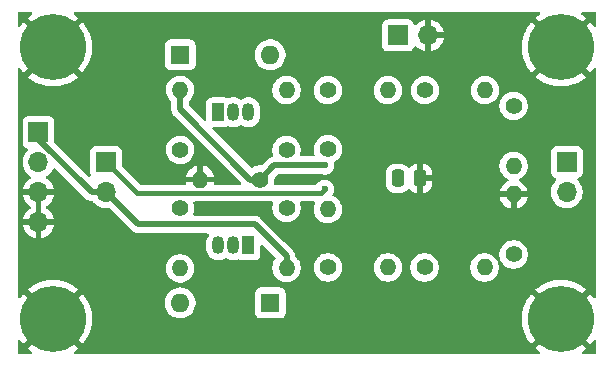
<source format=gbl>
G04 #@! TF.GenerationSoftware,KiCad,Pcbnew,9.0.0*
G04 #@! TF.CreationDate,2025-04-05T17:14:40-04:00*
G04 #@! TF.ProjectId,GeoSence_KiCad_singal_module,47656f53-656e-4636-955f-4b694361645f,rev?*
G04 #@! TF.SameCoordinates,Original*
G04 #@! TF.FileFunction,Copper,L2,Bot*
G04 #@! TF.FilePolarity,Positive*
%FSLAX46Y46*%
G04 Gerber Fmt 4.6, Leading zero omitted, Abs format (unit mm)*
G04 Created by KiCad (PCBNEW 9.0.0) date 2025-04-05 17:14:40*
%MOMM*%
%LPD*%
G01*
G04 APERTURE LIST*
G04 Aperture macros list*
%AMRoundRect*
0 Rectangle with rounded corners*
0 $1 Rounding radius*
0 $2 $3 $4 $5 $6 $7 $8 $9 X,Y pos of 4 corners*
0 Add a 4 corners polygon primitive as box body*
4,1,4,$2,$3,$4,$5,$6,$7,$8,$9,$2,$3,0*
0 Add four circle primitives for the rounded corners*
1,1,$1+$1,$2,$3*
1,1,$1+$1,$4,$5*
1,1,$1+$1,$6,$7*
1,1,$1+$1,$8,$9*
0 Add four rect primitives between the rounded corners*
20,1,$1+$1,$2,$3,$4,$5,0*
20,1,$1+$1,$4,$5,$6,$7,0*
20,1,$1+$1,$6,$7,$8,$9,0*
20,1,$1+$1,$8,$9,$2,$3,0*%
G04 Aperture macros list end*
G04 #@! TA.AperFunction,ComponentPad*
%ADD10C,1.400000*%
G04 #@! TD*
G04 #@! TA.AperFunction,ComponentPad*
%ADD11O,1.400000X1.400000*%
G04 #@! TD*
G04 #@! TA.AperFunction,ComponentPad*
%ADD12C,3.600000*%
G04 #@! TD*
G04 #@! TA.AperFunction,ConnectorPad*
%ADD13C,5.600000*%
G04 #@! TD*
G04 #@! TA.AperFunction,ComponentPad*
%ADD14R,1.700000X1.700000*%
G04 #@! TD*
G04 #@! TA.AperFunction,ComponentPad*
%ADD15O,1.700000X1.700000*%
G04 #@! TD*
G04 #@! TA.AperFunction,ComponentPad*
%ADD16R,1.600000X1.600000*%
G04 #@! TD*
G04 #@! TA.AperFunction,ComponentPad*
%ADD17O,1.600000X1.600000*%
G04 #@! TD*
G04 #@! TA.AperFunction,ComponentPad*
%ADD18R,1.050000X1.500000*%
G04 #@! TD*
G04 #@! TA.AperFunction,ComponentPad*
%ADD19O,1.050000X1.500000*%
G04 #@! TD*
G04 #@! TA.AperFunction,SMDPad,CuDef*
%ADD20RoundRect,0.250000X0.250000X0.475000X-0.250000X0.475000X-0.250000X-0.475000X0.250000X-0.475000X0*%
G04 #@! TD*
G04 #@! TA.AperFunction,ViaPad*
%ADD21C,0.600000*%
G04 #@! TD*
G04 #@! TA.AperFunction,Conductor*
%ADD22C,0.500000*%
G04 #@! TD*
G04 #@! TA.AperFunction,Conductor*
%ADD23C,0.400000*%
G04 #@! TD*
G04 APERTURE END LIST*
D10*
X111500000Y-46140000D03*
D11*
X116580000Y-46140000D03*
D12*
X80000000Y-65500000D03*
D13*
X80000000Y-65500000D03*
D12*
X80000000Y-42500000D03*
D13*
X80000000Y-42500000D03*
D14*
X84500000Y-52225000D03*
D15*
X84500000Y-54765000D03*
D10*
X103270000Y-61140000D03*
D11*
X108350000Y-61140000D03*
D16*
X90770000Y-43140000D03*
D17*
X98390000Y-43140000D03*
D18*
X94000000Y-48000000D03*
D19*
X95270000Y-48000000D03*
X96540000Y-48000000D03*
D12*
X123000000Y-65500000D03*
D13*
X123000000Y-65500000D03*
D10*
X103270000Y-51140000D03*
D11*
X103270000Y-56220000D03*
D14*
X123500000Y-52225000D03*
D15*
X123500000Y-54765000D03*
D10*
X103270000Y-46140000D03*
D11*
X108350000Y-46140000D03*
D10*
X90770000Y-56140000D03*
D11*
X90770000Y-61220000D03*
D14*
X109225000Y-41500000D03*
D15*
X111765000Y-41500000D03*
D10*
X90770000Y-51180000D03*
D11*
X90770000Y-46100000D03*
D18*
X96540000Y-59280000D03*
D19*
X95270000Y-59280000D03*
X94000000Y-59280000D03*
D10*
X97540000Y-53701100D03*
D11*
X92460000Y-53701100D03*
D10*
X99770000Y-51220000D03*
D11*
X99770000Y-46140000D03*
D10*
X119000000Y-60040000D03*
D11*
X119000000Y-54960000D03*
D14*
X78770000Y-49700000D03*
D15*
X78770000Y-52240000D03*
X78770000Y-54780000D03*
X78770000Y-57320000D03*
D16*
X98390000Y-64140000D03*
D17*
X90770000Y-64140000D03*
D10*
X111460000Y-61140000D03*
D11*
X116540000Y-61140000D03*
D10*
X99770000Y-56100000D03*
D11*
X99770000Y-61180000D03*
D12*
X123000000Y-42500000D03*
D13*
X123000000Y-42500000D03*
D10*
X119000000Y-47460000D03*
D11*
X119000000Y-52540000D03*
D20*
X111073776Y-53593501D03*
X109173776Y-53593501D03*
D21*
X111073776Y-53593501D03*
X109173776Y-53593501D03*
X103000000Y-52500000D03*
X103000000Y-54500000D03*
D22*
X84500000Y-54765000D02*
X87235000Y-57500000D01*
X87235000Y-57500000D02*
X97079949Y-57500000D01*
X78770000Y-50270000D02*
X83265000Y-54765000D01*
X97079949Y-57500000D02*
X99770000Y-60190051D01*
X99770000Y-60190051D02*
X99770000Y-61180000D01*
X98741100Y-52500000D02*
X97540000Y-53701100D01*
D23*
X102648900Y-54851100D02*
X87126100Y-54851100D01*
D22*
X96701100Y-53701100D02*
X90770000Y-47770000D01*
D23*
X87126100Y-54851100D02*
X84500000Y-52225000D01*
D22*
X83265000Y-54765000D02*
X84500000Y-54765000D01*
X97540000Y-53701100D02*
X96701100Y-53701100D01*
D23*
X103000000Y-54500000D02*
X102648900Y-54851100D01*
D22*
X103000000Y-52500000D02*
X98741100Y-52500000D01*
X78770000Y-49700000D02*
X78770000Y-50270000D01*
X90770000Y-47770000D02*
X90770000Y-46100000D01*
G04 #@! TA.AperFunction,Conductor*
G36*
X78779588Y-66542330D02*
G01*
X78957670Y-66720412D01*
X79059300Y-66794251D01*
X77849443Y-68004107D01*
X77849444Y-68004108D01*
X78031815Y-68153777D01*
X78031829Y-68153787D01*
X78209342Y-68272398D01*
X78254147Y-68326010D01*
X78262854Y-68395335D01*
X78232700Y-68458363D01*
X78173257Y-68495082D01*
X78140451Y-68499500D01*
X77124500Y-68499500D01*
X77057461Y-68479815D01*
X77011706Y-68427011D01*
X77000500Y-68375500D01*
X77000500Y-67359548D01*
X77020185Y-67292509D01*
X77072989Y-67246754D01*
X77142147Y-67236810D01*
X77205703Y-67265835D01*
X77227602Y-67290658D01*
X77346205Y-67468161D01*
X77346222Y-67468184D01*
X77495890Y-67650554D01*
X77495891Y-67650555D01*
X78705748Y-66440698D01*
X78779588Y-66542330D01*
G37*
G04 #@! TD.AperFunction*
G04 #@! TA.AperFunction,Conductor*
G36*
X79020000Y-56886988D02*
G01*
X78962993Y-56854075D01*
X78835826Y-56820000D01*
X78704174Y-56820000D01*
X78577007Y-56854075D01*
X78520000Y-56886988D01*
X78520000Y-55213012D01*
X78577007Y-55245925D01*
X78704174Y-55280000D01*
X78835826Y-55280000D01*
X78962993Y-55245925D01*
X79020000Y-55213012D01*
X79020000Y-56886988D01*
G37*
G04 #@! TD.AperFunction*
G04 #@! TA.AperFunction,Conductor*
G36*
X121207490Y-39520185D02*
G01*
X121253245Y-39572989D01*
X121263189Y-39642147D01*
X121234164Y-39705703D01*
X121209342Y-39727602D01*
X121031829Y-39846212D01*
X121031815Y-39846222D01*
X120849444Y-39995890D01*
X120849443Y-39995891D01*
X122059301Y-41205748D01*
X121957670Y-41279588D01*
X121779588Y-41457670D01*
X121705748Y-41559301D01*
X120495891Y-40349443D01*
X120495890Y-40349444D01*
X120346222Y-40531815D01*
X120346212Y-40531829D01*
X120166090Y-40801401D01*
X120166079Y-40801419D01*
X120013240Y-41087359D01*
X120013238Y-41087364D01*
X119889157Y-41386921D01*
X119795033Y-41697207D01*
X119795030Y-41697218D01*
X119731782Y-42015198D01*
X119731779Y-42015215D01*
X119700000Y-42337884D01*
X119700000Y-42662115D01*
X119731779Y-42984784D01*
X119731782Y-42984801D01*
X119795030Y-43302781D01*
X119795033Y-43302792D01*
X119889157Y-43613078D01*
X120013238Y-43912635D01*
X120013240Y-43912640D01*
X120166079Y-44198580D01*
X120166090Y-44198598D01*
X120346212Y-44468170D01*
X120346222Y-44468184D01*
X120495890Y-44650554D01*
X120495891Y-44650555D01*
X121705748Y-43440698D01*
X121779588Y-43542330D01*
X121957670Y-43720412D01*
X122059300Y-43794251D01*
X120849443Y-45004107D01*
X120849444Y-45004108D01*
X121031815Y-45153777D01*
X121031829Y-45153787D01*
X121301401Y-45333909D01*
X121301419Y-45333920D01*
X121587359Y-45486759D01*
X121587364Y-45486761D01*
X121886921Y-45610842D01*
X122197207Y-45704966D01*
X122197218Y-45704969D01*
X122515198Y-45768217D01*
X122515215Y-45768220D01*
X122837884Y-45800000D01*
X123162116Y-45800000D01*
X123484784Y-45768220D01*
X123484801Y-45768217D01*
X123802781Y-45704969D01*
X123802792Y-45704966D01*
X124113078Y-45610842D01*
X124412635Y-45486761D01*
X124412640Y-45486759D01*
X124698580Y-45333920D01*
X124698598Y-45333909D01*
X124968170Y-45153787D01*
X124968183Y-45153777D01*
X125150554Y-45004108D01*
X125150554Y-45004107D01*
X123940698Y-43794251D01*
X124042330Y-43720412D01*
X124220412Y-43542330D01*
X124294251Y-43440698D01*
X125504107Y-44650554D01*
X125504108Y-44650554D01*
X125653777Y-44468183D01*
X125653794Y-44468161D01*
X125772398Y-44290658D01*
X125826010Y-44245852D01*
X125895335Y-44237145D01*
X125958362Y-44267299D01*
X125995082Y-44326742D01*
X125999500Y-44359548D01*
X125999500Y-63640451D01*
X125979815Y-63707490D01*
X125927011Y-63753245D01*
X125857853Y-63763189D01*
X125794297Y-63734164D01*
X125772398Y-63709342D01*
X125653787Y-63531829D01*
X125653777Y-63531815D01*
X125504108Y-63349444D01*
X125504107Y-63349443D01*
X124294250Y-64559300D01*
X124220412Y-64457670D01*
X124042330Y-64279588D01*
X123940697Y-64205747D01*
X125150555Y-62995891D01*
X125150554Y-62995890D01*
X124968184Y-62846222D01*
X124968170Y-62846212D01*
X124698598Y-62666090D01*
X124698580Y-62666079D01*
X124412640Y-62513240D01*
X124412635Y-62513238D01*
X124113078Y-62389157D01*
X123802792Y-62295033D01*
X123802781Y-62295030D01*
X123484801Y-62231782D01*
X123484784Y-62231779D01*
X123162116Y-62200000D01*
X122837884Y-62200000D01*
X122515215Y-62231779D01*
X122515198Y-62231782D01*
X122197218Y-62295030D01*
X122197207Y-62295033D01*
X121886921Y-62389157D01*
X121587364Y-62513238D01*
X121587359Y-62513240D01*
X121301419Y-62666079D01*
X121301401Y-62666090D01*
X121031829Y-62846212D01*
X121031815Y-62846222D01*
X120849444Y-62995890D01*
X120849443Y-62995891D01*
X122059301Y-64205748D01*
X121957670Y-64279588D01*
X121779588Y-64457670D01*
X121705748Y-64559301D01*
X120495891Y-63349443D01*
X120495890Y-63349444D01*
X120346222Y-63531815D01*
X120346212Y-63531829D01*
X120166090Y-63801401D01*
X120166079Y-63801419D01*
X120013240Y-64087359D01*
X120013238Y-64087364D01*
X119889157Y-64386921D01*
X119795033Y-64697207D01*
X119795030Y-64697218D01*
X119731782Y-65015198D01*
X119731779Y-65015215D01*
X119700000Y-65337884D01*
X119700000Y-65662115D01*
X119731779Y-65984784D01*
X119731782Y-65984801D01*
X119795030Y-66302781D01*
X119795033Y-66302792D01*
X119889157Y-66613078D01*
X120013238Y-66912635D01*
X120013240Y-66912640D01*
X120166079Y-67198580D01*
X120166090Y-67198598D01*
X120346212Y-67468170D01*
X120346222Y-67468184D01*
X120495890Y-67650554D01*
X120495891Y-67650555D01*
X121705748Y-66440698D01*
X121779588Y-66542330D01*
X121957670Y-66720412D01*
X122059300Y-66794251D01*
X120849443Y-68004107D01*
X120849444Y-68004108D01*
X121031815Y-68153777D01*
X121031829Y-68153787D01*
X121209342Y-68272398D01*
X121254147Y-68326010D01*
X121262854Y-68395335D01*
X121232700Y-68458363D01*
X121173257Y-68495082D01*
X121140451Y-68499500D01*
X81859549Y-68499500D01*
X81792510Y-68479815D01*
X81746755Y-68427011D01*
X81736811Y-68357853D01*
X81765836Y-68294297D01*
X81790658Y-68272398D01*
X81968170Y-68153787D01*
X81968183Y-68153777D01*
X82150554Y-68004108D01*
X82150554Y-68004107D01*
X80940698Y-66794251D01*
X81042330Y-66720412D01*
X81220412Y-66542330D01*
X81294251Y-66440698D01*
X82504107Y-67650554D01*
X82504108Y-67650554D01*
X82653777Y-67468183D01*
X82653787Y-67468170D01*
X82833909Y-67198598D01*
X82833920Y-67198580D01*
X82986759Y-66912640D01*
X82986761Y-66912635D01*
X83110842Y-66613078D01*
X83204966Y-66302792D01*
X83204969Y-66302781D01*
X83268217Y-65984801D01*
X83268220Y-65984784D01*
X83300000Y-65662115D01*
X83300000Y-65337884D01*
X83268220Y-65015215D01*
X83268217Y-65015198D01*
X83204969Y-64697218D01*
X83204966Y-64697207D01*
X83110842Y-64386921D01*
X82986761Y-64087364D01*
X82986759Y-64087359D01*
X82960188Y-64037648D01*
X89469500Y-64037648D01*
X89469500Y-64242351D01*
X89501522Y-64444534D01*
X89564781Y-64639223D01*
X89657715Y-64821613D01*
X89778028Y-64987213D01*
X89922786Y-65131971D01*
X90077749Y-65244556D01*
X90088390Y-65252287D01*
X90177212Y-65297544D01*
X90270776Y-65345218D01*
X90270778Y-65345218D01*
X90270781Y-65345220D01*
X90359594Y-65374077D01*
X90465465Y-65408477D01*
X90566557Y-65424488D01*
X90667648Y-65440500D01*
X90667649Y-65440500D01*
X90872351Y-65440500D01*
X90872352Y-65440500D01*
X91074534Y-65408477D01*
X91269219Y-65345220D01*
X91451610Y-65252287D01*
X91597289Y-65146446D01*
X91617213Y-65131971D01*
X91617215Y-65131968D01*
X91617219Y-65131966D01*
X91761966Y-64987219D01*
X91761968Y-64987215D01*
X91761971Y-64987213D01*
X91835641Y-64885813D01*
X91882287Y-64821610D01*
X91975220Y-64639219D01*
X92038477Y-64444534D01*
X92070500Y-64242352D01*
X92070500Y-64037648D01*
X92038477Y-63835466D01*
X92027414Y-63801419D01*
X91975218Y-63640776D01*
X91882287Y-63458390D01*
X91812032Y-63361691D01*
X91812031Y-63361688D01*
X91761971Y-63292787D01*
X91761967Y-63292782D01*
X91761320Y-63292135D01*
X97089500Y-63292135D01*
X97089500Y-64987870D01*
X97089501Y-64987876D01*
X97095908Y-65047483D01*
X97146202Y-65182328D01*
X97146206Y-65182335D01*
X97232452Y-65297544D01*
X97232455Y-65297547D01*
X97347664Y-65383793D01*
X97347671Y-65383797D01*
X97482517Y-65434091D01*
X97482516Y-65434091D01*
X97489444Y-65434835D01*
X97542127Y-65440500D01*
X99237872Y-65440499D01*
X99297483Y-65434091D01*
X99432331Y-65383796D01*
X99547546Y-65297546D01*
X99633796Y-65182331D01*
X99684091Y-65047483D01*
X99690500Y-64987873D01*
X99690499Y-63292128D01*
X99684091Y-63232517D01*
X99633796Y-63097669D01*
X99633794Y-63097666D01*
X99547547Y-62982455D01*
X99547544Y-62982452D01*
X99432335Y-62896206D01*
X99432328Y-62896202D01*
X99297482Y-62845908D01*
X99297483Y-62845908D01*
X99237883Y-62839501D01*
X99237881Y-62839500D01*
X99237873Y-62839500D01*
X99237864Y-62839500D01*
X97542129Y-62839500D01*
X97542123Y-62839501D01*
X97482516Y-62845908D01*
X97347671Y-62896202D01*
X97347664Y-62896206D01*
X97232455Y-62982452D01*
X97232452Y-62982455D01*
X97146206Y-63097664D01*
X97146202Y-63097671D01*
X97095908Y-63232517D01*
X97089501Y-63292116D01*
X97089501Y-63292123D01*
X97089500Y-63292135D01*
X91761320Y-63292135D01*
X91617213Y-63148028D01*
X91451613Y-63027715D01*
X91451612Y-63027714D01*
X91451610Y-63027713D01*
X91389154Y-62995890D01*
X91269223Y-62934781D01*
X91074534Y-62871522D01*
X90899995Y-62843878D01*
X90872352Y-62839500D01*
X90667648Y-62839500D01*
X90643329Y-62843351D01*
X90465465Y-62871522D01*
X90270776Y-62934781D01*
X90088386Y-63027715D01*
X89922786Y-63148028D01*
X89778028Y-63292786D01*
X89657715Y-63458386D01*
X89564781Y-63640776D01*
X89501522Y-63835465D01*
X89469500Y-64037648D01*
X82960188Y-64037648D01*
X82833920Y-63801419D01*
X82833909Y-63801401D01*
X82653787Y-63531829D01*
X82653777Y-63531815D01*
X82504108Y-63349444D01*
X82504107Y-63349443D01*
X81294250Y-64559300D01*
X81220412Y-64457670D01*
X81042330Y-64279588D01*
X80940697Y-64205747D01*
X82150555Y-62995891D01*
X82150554Y-62995890D01*
X81968184Y-62846222D01*
X81968170Y-62846212D01*
X81698598Y-62666090D01*
X81698580Y-62666079D01*
X81412640Y-62513240D01*
X81412635Y-62513238D01*
X81113078Y-62389157D01*
X80802792Y-62295033D01*
X80802781Y-62295030D01*
X80484801Y-62231782D01*
X80484784Y-62231779D01*
X80162116Y-62200000D01*
X79837884Y-62200000D01*
X79515215Y-62231779D01*
X79515198Y-62231782D01*
X79197218Y-62295030D01*
X79197207Y-62295033D01*
X78886921Y-62389157D01*
X78587364Y-62513238D01*
X78587359Y-62513240D01*
X78301419Y-62666079D01*
X78301401Y-62666090D01*
X78031829Y-62846212D01*
X78031815Y-62846222D01*
X77849444Y-62995890D01*
X77849443Y-62995891D01*
X79059301Y-64205748D01*
X78957670Y-64279588D01*
X78779588Y-64457670D01*
X78705748Y-64559301D01*
X77495891Y-63349443D01*
X77495890Y-63349444D01*
X77346222Y-63531815D01*
X77346212Y-63531829D01*
X77227602Y-63709342D01*
X77173990Y-63754147D01*
X77104665Y-63762854D01*
X77041637Y-63732700D01*
X77004918Y-63673257D01*
X77000500Y-63640451D01*
X77000500Y-61125513D01*
X89569500Y-61125513D01*
X89569500Y-61314486D01*
X89599059Y-61501118D01*
X89657454Y-61680836D01*
X89702478Y-61769199D01*
X89743240Y-61849199D01*
X89854310Y-62002073D01*
X89987927Y-62135690D01*
X90140801Y-62246760D01*
X90152159Y-62252547D01*
X90309163Y-62332545D01*
X90309165Y-62332545D01*
X90309168Y-62332547D01*
X90405497Y-62363846D01*
X90488881Y-62390940D01*
X90675514Y-62420500D01*
X90675519Y-62420500D01*
X90864486Y-62420500D01*
X91051118Y-62390940D01*
X91056605Y-62389157D01*
X91230832Y-62332547D01*
X91399199Y-62246760D01*
X91552073Y-62135690D01*
X91685690Y-62002073D01*
X91796760Y-61849199D01*
X91882547Y-61680832D01*
X91940940Y-61501118D01*
X91953611Y-61421118D01*
X91970500Y-61314486D01*
X91970500Y-61125513D01*
X91940940Y-60938881D01*
X91902987Y-60822075D01*
X91882547Y-60759168D01*
X91882545Y-60759165D01*
X91882545Y-60759163D01*
X91796759Y-60590800D01*
X91767697Y-60550800D01*
X91685690Y-60437927D01*
X91552073Y-60304310D01*
X91399199Y-60193240D01*
X91331446Y-60158718D01*
X91230836Y-60107454D01*
X91051118Y-60049059D01*
X90864486Y-60019500D01*
X90864481Y-60019500D01*
X90675519Y-60019500D01*
X90675514Y-60019500D01*
X90488881Y-60049059D01*
X90309163Y-60107454D01*
X90140800Y-60193240D01*
X90110969Y-60214914D01*
X89987927Y-60304310D01*
X89987925Y-60304312D01*
X89987924Y-60304312D01*
X89854312Y-60437924D01*
X89854312Y-60437925D01*
X89854310Y-60437927D01*
X89831035Y-60469962D01*
X89743240Y-60590800D01*
X89657454Y-60759163D01*
X89599059Y-60938881D01*
X89569500Y-61125513D01*
X77000500Y-61125513D01*
X77000500Y-48802135D01*
X77419500Y-48802135D01*
X77419500Y-50597870D01*
X77419501Y-50597876D01*
X77425908Y-50657483D01*
X77476202Y-50792328D01*
X77476206Y-50792335D01*
X77562452Y-50907544D01*
X77562455Y-50907547D01*
X77677664Y-50993793D01*
X77677671Y-50993797D01*
X77809082Y-51042810D01*
X77865016Y-51084681D01*
X77889433Y-51150145D01*
X77874582Y-51218418D01*
X77853431Y-51246673D01*
X77739889Y-51360215D01*
X77614951Y-51532179D01*
X77518444Y-51721585D01*
X77452753Y-51923760D01*
X77446685Y-51962073D01*
X77419500Y-52133713D01*
X77419500Y-52346287D01*
X77424919Y-52380500D01*
X77449148Y-52533480D01*
X77452754Y-52556243D01*
X77515066Y-52748020D01*
X77518444Y-52758414D01*
X77614951Y-52947820D01*
X77739890Y-53119786D01*
X77890213Y-53270109D01*
X78062179Y-53395048D01*
X78062181Y-53395049D01*
X78062184Y-53395051D01*
X78071493Y-53399794D01*
X78122290Y-53447766D01*
X78139087Y-53515587D01*
X78116552Y-53581722D01*
X78071502Y-53620762D01*
X78062443Y-53625378D01*
X77890540Y-53750272D01*
X77890535Y-53750276D01*
X77740276Y-53900535D01*
X77740272Y-53900540D01*
X77615379Y-54072442D01*
X77518904Y-54261782D01*
X77453242Y-54463870D01*
X77453242Y-54463873D01*
X77442769Y-54530000D01*
X78336988Y-54530000D01*
X78304075Y-54587007D01*
X78270000Y-54714174D01*
X78270000Y-54845826D01*
X78304075Y-54972993D01*
X78336988Y-55030000D01*
X77442769Y-55030000D01*
X77453242Y-55096126D01*
X77453242Y-55096129D01*
X77518904Y-55298217D01*
X77615379Y-55487557D01*
X77740272Y-55659459D01*
X77740276Y-55659464D01*
X77890535Y-55809723D01*
X77890540Y-55809727D01*
X78062444Y-55934622D01*
X78072048Y-55939516D01*
X78122844Y-55987491D01*
X78139638Y-56055312D01*
X78117100Y-56121447D01*
X78072048Y-56160484D01*
X78062444Y-56165377D01*
X77890540Y-56290272D01*
X77890535Y-56290276D01*
X77740276Y-56440535D01*
X77740272Y-56440540D01*
X77615379Y-56612442D01*
X77518904Y-56801782D01*
X77453242Y-57003870D01*
X77453242Y-57003873D01*
X77442769Y-57070000D01*
X78336988Y-57070000D01*
X78304075Y-57127007D01*
X78270000Y-57254174D01*
X78270000Y-57385826D01*
X78304075Y-57512993D01*
X78336988Y-57570000D01*
X77442769Y-57570000D01*
X77453242Y-57636126D01*
X77453242Y-57636129D01*
X77518904Y-57838217D01*
X77615379Y-58027557D01*
X77740272Y-58199459D01*
X77740276Y-58199464D01*
X77890535Y-58349723D01*
X77890540Y-58349727D01*
X78062442Y-58474620D01*
X78251782Y-58571095D01*
X78453871Y-58636757D01*
X78520000Y-58647231D01*
X78520000Y-57753012D01*
X78577007Y-57785925D01*
X78704174Y-57820000D01*
X78835826Y-57820000D01*
X78962993Y-57785925D01*
X79020000Y-57753012D01*
X79020000Y-58647230D01*
X79086126Y-58636757D01*
X79086129Y-58636757D01*
X79288217Y-58571095D01*
X79477557Y-58474620D01*
X79649459Y-58349727D01*
X79649464Y-58349723D01*
X79799723Y-58199464D01*
X79799727Y-58199459D01*
X79924620Y-58027557D01*
X80021095Y-57838217D01*
X80086757Y-57636129D01*
X80086757Y-57636126D01*
X80097231Y-57570000D01*
X79203012Y-57570000D01*
X79235925Y-57512993D01*
X79270000Y-57385826D01*
X79270000Y-57254174D01*
X79235925Y-57127007D01*
X79203012Y-57070000D01*
X80097231Y-57070000D01*
X80086757Y-57003873D01*
X80086757Y-57003870D01*
X80021095Y-56801782D01*
X79924620Y-56612442D01*
X79799727Y-56440540D01*
X79799723Y-56440535D01*
X79649464Y-56290276D01*
X79649459Y-56290272D01*
X79477558Y-56165379D01*
X79467954Y-56160486D01*
X79417157Y-56112512D01*
X79400361Y-56044692D01*
X79422897Y-55978556D01*
X79467954Y-55939514D01*
X79477558Y-55934620D01*
X79649459Y-55809727D01*
X79649464Y-55809723D01*
X79799723Y-55659464D01*
X79799727Y-55659459D01*
X79924620Y-55487557D01*
X80021095Y-55298217D01*
X80086757Y-55096129D01*
X80086757Y-55096126D01*
X80097231Y-55030000D01*
X79203012Y-55030000D01*
X79235925Y-54972993D01*
X79270000Y-54845826D01*
X79270000Y-54714174D01*
X79235925Y-54587007D01*
X79203012Y-54530000D01*
X80097231Y-54530000D01*
X80086757Y-54463873D01*
X80086757Y-54463870D01*
X80021095Y-54261782D01*
X79924620Y-54072442D01*
X79799727Y-53900540D01*
X79799723Y-53900535D01*
X79649464Y-53750276D01*
X79649459Y-53750272D01*
X79477555Y-53625377D01*
X79468500Y-53620763D01*
X79417706Y-53572788D01*
X79400912Y-53504966D01*
X79423451Y-53438832D01*
X79468508Y-53399793D01*
X79477816Y-53395051D01*
X79578261Y-53322074D01*
X79649786Y-53270109D01*
X79649788Y-53270106D01*
X79649792Y-53270104D01*
X79800104Y-53119792D01*
X79800106Y-53119788D01*
X79800109Y-53119786D01*
X79925050Y-52947817D01*
X79925051Y-52947816D01*
X80003308Y-52794226D01*
X80051281Y-52743432D01*
X80119102Y-52726636D01*
X80185237Y-52749173D01*
X80201473Y-52762841D01*
X82786584Y-55347952D01*
X82786590Y-55347957D01*
X82818832Y-55369499D01*
X82818834Y-55369500D01*
X82909505Y-55430084D01*
X82909506Y-55430084D01*
X82909507Y-55430085D01*
X83010400Y-55471876D01*
X83046087Y-55486658D01*
X83046091Y-55486658D01*
X83046092Y-55486659D01*
X83191079Y-55515500D01*
X83191082Y-55515500D01*
X83191083Y-55515500D01*
X83312779Y-55515500D01*
X83379818Y-55535185D01*
X83413097Y-55566615D01*
X83469892Y-55644788D01*
X83620213Y-55795109D01*
X83792179Y-55920048D01*
X83792181Y-55920049D01*
X83792184Y-55920051D01*
X83981588Y-56016557D01*
X84183757Y-56082246D01*
X84393713Y-56115500D01*
X84393714Y-56115500D01*
X84606286Y-56115500D01*
X84606287Y-56115500D01*
X84701728Y-56100383D01*
X84771021Y-56109337D01*
X84808807Y-56135175D01*
X86652049Y-57978416D01*
X86756584Y-58082951D01*
X86756585Y-58082952D01*
X86879498Y-58165080D01*
X86879511Y-58165087D01*
X87016082Y-58221656D01*
X87016087Y-58221658D01*
X87016091Y-58221658D01*
X87016092Y-58221659D01*
X87161079Y-58250500D01*
X87161082Y-58250500D01*
X87161083Y-58250500D01*
X87308917Y-58250500D01*
X93072203Y-58250500D01*
X93139242Y-58270185D01*
X93184997Y-58322989D01*
X93194941Y-58392147D01*
X93175305Y-58443390D01*
X93091221Y-58569231D01*
X93091212Y-58569247D01*
X93013909Y-58755872D01*
X93013907Y-58755880D01*
X92974500Y-58953992D01*
X92974500Y-59606007D01*
X93013907Y-59804119D01*
X93013909Y-59804127D01*
X93091212Y-59990752D01*
X93091217Y-59990762D01*
X93203441Y-60158718D01*
X93346281Y-60301558D01*
X93514237Y-60413782D01*
X93514241Y-60413784D01*
X93514244Y-60413786D01*
X93700873Y-60491091D01*
X93866777Y-60524091D01*
X93898992Y-60530499D01*
X93898996Y-60530500D01*
X93898997Y-60530500D01*
X94101004Y-60530500D01*
X94101005Y-60530499D01*
X94299127Y-60491091D01*
X94485756Y-60413786D01*
X94566110Y-60360094D01*
X94632786Y-60339217D01*
X94700166Y-60357701D01*
X94703865Y-60360078D01*
X94784244Y-60413786D01*
X94970873Y-60491091D01*
X95136777Y-60524091D01*
X95168992Y-60530499D01*
X95168996Y-60530500D01*
X95168997Y-60530500D01*
X95371004Y-60530500D01*
X95371005Y-60530499D01*
X95569127Y-60491091D01*
X95649798Y-60457674D01*
X95719267Y-60450205D01*
X95764658Y-60469962D01*
X95764886Y-60469546D01*
X95769540Y-60472087D01*
X95771562Y-60472967D01*
X95772669Y-60473796D01*
X95772670Y-60473796D01*
X95772671Y-60473797D01*
X95907517Y-60524091D01*
X95907516Y-60524091D01*
X95914444Y-60524835D01*
X95967127Y-60530500D01*
X97112872Y-60530499D01*
X97172483Y-60524091D01*
X97307331Y-60473796D01*
X97422546Y-60387546D01*
X97508796Y-60272331D01*
X97559091Y-60137483D01*
X97565500Y-60077873D01*
X97565499Y-59346278D01*
X97585183Y-59279240D01*
X97637987Y-59233485D01*
X97707146Y-59223541D01*
X97770702Y-59252566D01*
X97777180Y-59258598D01*
X98805596Y-60287014D01*
X98839081Y-60348337D01*
X98834097Y-60418029D01*
X98818233Y-60447580D01*
X98743242Y-60550796D01*
X98657454Y-60719163D01*
X98599059Y-60898881D01*
X98569500Y-61085513D01*
X98569500Y-61274486D01*
X98599059Y-61461118D01*
X98657454Y-61640836D01*
X98722859Y-61769199D01*
X98743240Y-61809199D01*
X98854310Y-61962073D01*
X98987927Y-62095690D01*
X99140801Y-62206760D01*
X99189904Y-62231779D01*
X99309163Y-62292545D01*
X99309165Y-62292545D01*
X99309168Y-62292547D01*
X99405497Y-62323846D01*
X99488881Y-62350940D01*
X99675514Y-62380500D01*
X99675519Y-62380500D01*
X99864486Y-62380500D01*
X100051118Y-62350940D01*
X100230832Y-62292547D01*
X100399199Y-62206760D01*
X100552073Y-62095690D01*
X100685690Y-61962073D01*
X100796760Y-61809199D01*
X100882547Y-61640832D01*
X100940940Y-61461118D01*
X100947275Y-61421118D01*
X100970500Y-61274486D01*
X100970500Y-61085514D01*
X100966466Y-61060046D01*
X100966466Y-61060045D01*
X100964164Y-61045513D01*
X102069500Y-61045513D01*
X102069500Y-61234486D01*
X102099059Y-61421118D01*
X102157454Y-61600836D01*
X102243240Y-61769199D01*
X102354310Y-61922073D01*
X102487927Y-62055690D01*
X102640801Y-62166760D01*
X102719304Y-62206759D01*
X102809163Y-62252545D01*
X102809165Y-62252545D01*
X102809168Y-62252547D01*
X102905497Y-62283846D01*
X102988881Y-62310940D01*
X103175514Y-62340500D01*
X103175519Y-62340500D01*
X103364486Y-62340500D01*
X103551118Y-62310940D01*
X103600074Y-62295033D01*
X103730832Y-62252547D01*
X103899199Y-62166760D01*
X104052073Y-62055690D01*
X104185690Y-61922073D01*
X104296760Y-61769199D01*
X104382547Y-61600832D01*
X104440940Y-61421118D01*
X104457829Y-61314486D01*
X104470500Y-61234486D01*
X104470500Y-61045513D01*
X107149500Y-61045513D01*
X107149500Y-61234486D01*
X107179059Y-61421118D01*
X107237454Y-61600836D01*
X107323240Y-61769199D01*
X107434310Y-61922073D01*
X107567927Y-62055690D01*
X107720801Y-62166760D01*
X107799304Y-62206759D01*
X107889163Y-62252545D01*
X107889165Y-62252545D01*
X107889168Y-62252547D01*
X107985497Y-62283846D01*
X108068881Y-62310940D01*
X108255514Y-62340500D01*
X108255519Y-62340500D01*
X108444486Y-62340500D01*
X108631118Y-62310940D01*
X108680074Y-62295033D01*
X108810832Y-62252547D01*
X108979199Y-62166760D01*
X109132073Y-62055690D01*
X109265690Y-61922073D01*
X109376760Y-61769199D01*
X109462547Y-61600832D01*
X109520940Y-61421118D01*
X109537829Y-61314486D01*
X109550500Y-61234486D01*
X109550500Y-61045513D01*
X110259500Y-61045513D01*
X110259500Y-61234486D01*
X110289059Y-61421118D01*
X110347454Y-61600836D01*
X110433240Y-61769199D01*
X110544310Y-61922073D01*
X110677927Y-62055690D01*
X110830801Y-62166760D01*
X110909304Y-62206759D01*
X110999163Y-62252545D01*
X110999165Y-62252545D01*
X110999168Y-62252547D01*
X111095497Y-62283846D01*
X111178881Y-62310940D01*
X111365514Y-62340500D01*
X111365519Y-62340500D01*
X111554486Y-62340500D01*
X111741118Y-62310940D01*
X111790074Y-62295033D01*
X111920832Y-62252547D01*
X112089199Y-62166760D01*
X112242073Y-62055690D01*
X112375690Y-61922073D01*
X112486760Y-61769199D01*
X112572547Y-61600832D01*
X112630940Y-61421118D01*
X112647829Y-61314486D01*
X112660500Y-61234486D01*
X112660500Y-61045513D01*
X115339500Y-61045513D01*
X115339500Y-61234486D01*
X115369059Y-61421118D01*
X115427454Y-61600836D01*
X115513240Y-61769199D01*
X115624310Y-61922073D01*
X115757927Y-62055690D01*
X115910801Y-62166760D01*
X115989304Y-62206759D01*
X116079163Y-62252545D01*
X116079165Y-62252545D01*
X116079168Y-62252547D01*
X116175497Y-62283846D01*
X116258881Y-62310940D01*
X116445514Y-62340500D01*
X116445519Y-62340500D01*
X116634486Y-62340500D01*
X116821118Y-62310940D01*
X116870074Y-62295033D01*
X117000832Y-62252547D01*
X117169199Y-62166760D01*
X117322073Y-62055690D01*
X117455690Y-61922073D01*
X117566760Y-61769199D01*
X117652547Y-61600832D01*
X117710940Y-61421118D01*
X117727829Y-61314486D01*
X117740500Y-61234486D01*
X117740500Y-61045513D01*
X117710940Y-60858881D01*
X117652545Y-60679163D01*
X117576797Y-60530500D01*
X117566760Y-60510801D01*
X117455690Y-60357927D01*
X117322073Y-60224310D01*
X117169199Y-60113240D01*
X117099787Y-60077873D01*
X117047305Y-60051132D01*
X117000836Y-60027454D01*
X116821118Y-59969059D01*
X116672451Y-59945513D01*
X117799500Y-59945513D01*
X117799500Y-60134486D01*
X117829059Y-60321118D01*
X117887454Y-60500836D01*
X117933294Y-60590801D01*
X117973240Y-60669199D01*
X118084310Y-60822073D01*
X118217927Y-60955690D01*
X118370801Y-61066760D01*
X118407606Y-61085513D01*
X118539163Y-61152545D01*
X118539165Y-61152545D01*
X118539168Y-61152547D01*
X118635497Y-61183846D01*
X118718881Y-61210940D01*
X118905514Y-61240500D01*
X118905519Y-61240500D01*
X119094486Y-61240500D01*
X119281118Y-61210940D01*
X119460832Y-61152547D01*
X119629199Y-61066760D01*
X119782073Y-60955690D01*
X119915690Y-60822073D01*
X120026760Y-60669199D01*
X120112547Y-60500832D01*
X120170940Y-60321118D01*
X120174038Y-60301558D01*
X120200500Y-60134486D01*
X120200500Y-59945513D01*
X120170940Y-59758881D01*
X120121623Y-59607101D01*
X120112547Y-59579168D01*
X120112545Y-59579165D01*
X120112545Y-59579163D01*
X120026759Y-59410800D01*
X119915690Y-59257927D01*
X119782073Y-59124310D01*
X119629199Y-59013240D01*
X119460836Y-58927454D01*
X119281118Y-58869059D01*
X119094486Y-58839500D01*
X119094481Y-58839500D01*
X118905519Y-58839500D01*
X118905514Y-58839500D01*
X118718881Y-58869059D01*
X118539163Y-58927454D01*
X118370800Y-59013240D01*
X118283579Y-59076610D01*
X118217927Y-59124310D01*
X118217925Y-59124312D01*
X118217924Y-59124312D01*
X118084312Y-59257924D01*
X118084312Y-59257925D01*
X118084310Y-59257927D01*
X118068825Y-59279240D01*
X117973240Y-59410800D01*
X117887454Y-59579163D01*
X117829059Y-59758881D01*
X117799500Y-59945513D01*
X116672451Y-59945513D01*
X116634486Y-59939500D01*
X116634481Y-59939500D01*
X116445519Y-59939500D01*
X116445514Y-59939500D01*
X116258881Y-59969059D01*
X116079163Y-60027454D01*
X115910800Y-60113240D01*
X115848206Y-60158718D01*
X115757927Y-60224310D01*
X115757925Y-60224312D01*
X115757924Y-60224312D01*
X115624312Y-60357924D01*
X115624312Y-60357925D01*
X115624310Y-60357927D01*
X115583729Y-60413782D01*
X115513240Y-60510800D01*
X115427454Y-60679163D01*
X115369059Y-60858881D01*
X115339500Y-61045513D01*
X112660500Y-61045513D01*
X112630940Y-60858881D01*
X112572545Y-60679163D01*
X112496797Y-60530500D01*
X112486760Y-60510801D01*
X112375690Y-60357927D01*
X112242073Y-60224310D01*
X112089199Y-60113240D01*
X112077841Y-60107453D01*
X111920836Y-60027454D01*
X111741118Y-59969059D01*
X111554486Y-59939500D01*
X111554481Y-59939500D01*
X111365519Y-59939500D01*
X111365514Y-59939500D01*
X111178881Y-59969059D01*
X110999163Y-60027454D01*
X110830800Y-60113240D01*
X110768206Y-60158718D01*
X110677927Y-60224310D01*
X110677925Y-60224312D01*
X110677924Y-60224312D01*
X110544312Y-60357924D01*
X110544312Y-60357925D01*
X110544310Y-60357927D01*
X110503729Y-60413782D01*
X110433240Y-60510800D01*
X110347454Y-60679163D01*
X110289059Y-60858881D01*
X110259500Y-61045513D01*
X109550500Y-61045513D01*
X109520940Y-60858881D01*
X109462545Y-60679163D01*
X109386797Y-60530500D01*
X109376760Y-60510801D01*
X109265690Y-60357927D01*
X109132073Y-60224310D01*
X108979199Y-60113240D01*
X108967841Y-60107453D01*
X108810836Y-60027454D01*
X108631118Y-59969059D01*
X108444486Y-59939500D01*
X108444481Y-59939500D01*
X108255519Y-59939500D01*
X108255514Y-59939500D01*
X108068881Y-59969059D01*
X107889163Y-60027454D01*
X107720800Y-60113240D01*
X107658206Y-60158718D01*
X107567927Y-60224310D01*
X107567925Y-60224312D01*
X107567924Y-60224312D01*
X107434312Y-60357924D01*
X107434312Y-60357925D01*
X107434310Y-60357927D01*
X107393729Y-60413782D01*
X107323240Y-60510800D01*
X107237454Y-60679163D01*
X107179059Y-60858881D01*
X107149500Y-61045513D01*
X104470500Y-61045513D01*
X104440940Y-60858881D01*
X104382545Y-60679163D01*
X104306797Y-60530500D01*
X104296760Y-60510801D01*
X104185690Y-60357927D01*
X104052073Y-60224310D01*
X103899199Y-60113240D01*
X103887841Y-60107453D01*
X103730836Y-60027454D01*
X103551118Y-59969059D01*
X103364486Y-59939500D01*
X103364481Y-59939500D01*
X103175519Y-59939500D01*
X103175514Y-59939500D01*
X102988881Y-59969059D01*
X102809163Y-60027454D01*
X102640800Y-60113240D01*
X102578206Y-60158718D01*
X102487927Y-60224310D01*
X102487925Y-60224312D01*
X102487924Y-60224312D01*
X102354312Y-60357924D01*
X102354312Y-60357925D01*
X102354310Y-60357927D01*
X102313729Y-60413782D01*
X102243240Y-60510800D01*
X102157454Y-60679163D01*
X102099059Y-60858881D01*
X102069500Y-61045513D01*
X100964164Y-61045513D01*
X100940940Y-60898881D01*
X100882545Y-60719163D01*
X100796759Y-60550800D01*
X100782010Y-60530500D01*
X100685690Y-60397927D01*
X100556818Y-60269055D01*
X100545317Y-60247993D01*
X100530170Y-60229382D01*
X100527255Y-60214914D01*
X100523334Y-60207732D01*
X100521276Y-60195227D01*
X100520500Y-60188324D01*
X100520500Y-60116133D01*
X100502860Y-60027453D01*
X100491659Y-59971139D01*
X100458518Y-59891131D01*
X100458518Y-59891130D01*
X100435085Y-59834557D01*
X100435083Y-59834554D01*
X100352954Y-59711639D01*
X100352953Y-59711638D01*
X100352951Y-59711635D01*
X100248416Y-59607100D01*
X99595308Y-58953992D01*
X97558370Y-56917052D01*
X97558363Y-56917046D01*
X97484678Y-56867812D01*
X97484678Y-56867813D01*
X97435440Y-56834913D01*
X97298866Y-56778343D01*
X97298856Y-56778340D01*
X97153869Y-56749500D01*
X97153867Y-56749500D01*
X92004913Y-56749500D01*
X91937874Y-56729815D01*
X91892119Y-56677011D01*
X91882175Y-56607853D01*
X91886980Y-56587186D01*
X91940940Y-56421118D01*
X91957829Y-56314486D01*
X91970500Y-56234486D01*
X91970500Y-56045513D01*
X91940940Y-55858881D01*
X91893838Y-55713919D01*
X91891843Y-55644078D01*
X91927923Y-55584245D01*
X91990624Y-55553416D01*
X92011769Y-55551600D01*
X98515234Y-55551600D01*
X98582273Y-55571285D01*
X98628028Y-55624089D01*
X98637972Y-55693247D01*
X98633165Y-55713919D01*
X98599059Y-55818881D01*
X98569500Y-56005513D01*
X98569500Y-56194486D01*
X98599059Y-56381118D01*
X98657454Y-56560836D01*
X98706464Y-56657022D01*
X98743240Y-56729199D01*
X98854310Y-56882073D01*
X98987927Y-57015690D01*
X99140801Y-57126760D01*
X99220347Y-57167290D01*
X99309163Y-57212545D01*
X99309165Y-57212545D01*
X99309168Y-57212547D01*
X99405497Y-57243846D01*
X99488881Y-57270940D01*
X99675514Y-57300500D01*
X99675519Y-57300500D01*
X99864486Y-57300500D01*
X100051118Y-57270940D01*
X100230832Y-57212547D01*
X100399199Y-57126760D01*
X100552073Y-57015690D01*
X100685690Y-56882073D01*
X100796760Y-56729199D01*
X100882547Y-56560832D01*
X100940940Y-56381118D01*
X100970500Y-56194486D01*
X100970500Y-56005513D01*
X100940940Y-55818881D01*
X100906835Y-55713919D01*
X100904840Y-55644078D01*
X100940920Y-55584245D01*
X101003620Y-55553416D01*
X101024766Y-55551600D01*
X102060864Y-55551600D01*
X102127903Y-55571285D01*
X102173658Y-55624089D01*
X102183602Y-55693247D01*
X102171349Y-55731894D01*
X102157455Y-55759160D01*
X102099059Y-55938881D01*
X102069500Y-56125513D01*
X102069500Y-56314486D01*
X102099059Y-56501118D01*
X102157454Y-56680836D01*
X102207137Y-56778343D01*
X102243240Y-56849199D01*
X102354310Y-57002073D01*
X102487927Y-57135690D01*
X102640801Y-57246760D01*
X102688257Y-57270940D01*
X102809163Y-57332545D01*
X102809165Y-57332545D01*
X102809168Y-57332547D01*
X102905497Y-57363846D01*
X102988881Y-57390940D01*
X103175514Y-57420500D01*
X103175519Y-57420500D01*
X103364486Y-57420500D01*
X103551118Y-57390940D01*
X103566857Y-57385826D01*
X103730832Y-57332547D01*
X103899199Y-57246760D01*
X104052073Y-57135690D01*
X104185690Y-57002073D01*
X104296760Y-56849199D01*
X104382547Y-56680832D01*
X104440940Y-56501118D01*
X104470500Y-56314486D01*
X104470500Y-56125513D01*
X104440940Y-55938881D01*
X104382545Y-55759163D01*
X104324268Y-55644788D01*
X104296760Y-55590801D01*
X104185690Y-55437927D01*
X104052073Y-55304310D01*
X103922267Y-55210000D01*
X117824638Y-55210000D01*
X117829548Y-55241002D01*
X117887914Y-55420637D01*
X117973670Y-55588940D01*
X118084685Y-55741741D01*
X118084689Y-55741746D01*
X118218253Y-55875310D01*
X118218258Y-55875314D01*
X118371059Y-55986329D01*
X118539362Y-56072085D01*
X118718997Y-56130451D01*
X118750000Y-56135362D01*
X118750000Y-56135361D01*
X119250000Y-56135361D01*
X119281002Y-56130451D01*
X119460637Y-56072085D01*
X119628940Y-55986329D01*
X119781741Y-55875314D01*
X119781746Y-55875310D01*
X119915310Y-55741746D01*
X119915314Y-55741741D01*
X120026329Y-55588940D01*
X120112085Y-55420637D01*
X120170451Y-55241002D01*
X120175362Y-55210000D01*
X119250000Y-55210000D01*
X119250000Y-56135361D01*
X118750000Y-56135361D01*
X118750000Y-55210000D01*
X117824638Y-55210000D01*
X103922267Y-55210000D01*
X103899199Y-55193240D01*
X103730832Y-55107453D01*
X103726491Y-55105241D01*
X103727425Y-55103406D01*
X103679753Y-55064974D01*
X103657701Y-54998675D01*
X103674994Y-54930979D01*
X103678522Y-54925382D01*
X103709389Y-54879186D01*
X103709394Y-54879179D01*
X103769737Y-54733497D01*
X103800500Y-54578842D01*
X103800500Y-54421158D01*
X103800500Y-54421155D01*
X103800499Y-54421153D01*
X103782578Y-54331059D01*
X103769737Y-54266503D01*
X103761487Y-54246585D01*
X103709397Y-54120827D01*
X103709390Y-54120814D01*
X103621789Y-53989711D01*
X103621786Y-53989707D01*
X103510292Y-53878213D01*
X103510288Y-53878210D01*
X103379185Y-53790609D01*
X103379172Y-53790602D01*
X103233501Y-53730264D01*
X103233489Y-53730261D01*
X103078845Y-53699500D01*
X103078842Y-53699500D01*
X102921158Y-53699500D01*
X102921155Y-53699500D01*
X102766510Y-53730261D01*
X102766498Y-53730264D01*
X102620827Y-53790602D01*
X102620814Y-53790609D01*
X102489711Y-53878210D01*
X102489707Y-53878213D01*
X102378213Y-53989707D01*
X102378210Y-53989711D01*
X102307530Y-54095491D01*
X102253917Y-54140296D01*
X102204428Y-54150600D01*
X98826901Y-54150600D01*
X98759862Y-54130915D01*
X98714107Y-54078111D01*
X98704163Y-54008953D01*
X98708971Y-53988279D01*
X98710939Y-53982220D01*
X98710940Y-53982218D01*
X98730176Y-53860764D01*
X98740500Y-53795586D01*
X98740500Y-53613329D01*
X98760185Y-53546290D01*
X98776819Y-53525648D01*
X99015649Y-53286819D01*
X99076972Y-53253334D01*
X99103330Y-53250500D01*
X102695396Y-53250500D01*
X102742844Y-53259937D01*
X102766503Y-53269737D01*
X102766508Y-53269738D01*
X102766511Y-53269739D01*
X102921153Y-53300499D01*
X102921156Y-53300500D01*
X102921158Y-53300500D01*
X103078844Y-53300500D01*
X103078845Y-53300499D01*
X103233497Y-53269737D01*
X103379179Y-53209394D01*
X103510289Y-53121789D01*
X103563594Y-53068484D01*
X108173276Y-53068484D01*
X108173276Y-54118502D01*
X108173277Y-54118520D01*
X108183776Y-54221297D01*
X108183777Y-54221300D01*
X108238961Y-54387832D01*
X108238963Y-54387837D01*
X108259514Y-54421155D01*
X108331064Y-54537157D01*
X108455120Y-54661213D01*
X108604442Y-54753315D01*
X108770979Y-54808500D01*
X108873767Y-54819001D01*
X109473784Y-54819000D01*
X109473792Y-54818999D01*
X109473795Y-54818999D01*
X109530078Y-54813249D01*
X109576573Y-54808500D01*
X109743110Y-54753315D01*
X109892432Y-54661213D01*
X110016488Y-54537157D01*
X110018528Y-54533848D01*
X110020521Y-54532056D01*
X110020969Y-54531490D01*
X110021065Y-54531566D01*
X110070470Y-54487124D01*
X110139432Y-54475896D01*
X110203516Y-54503735D01*
X110229605Y-54533840D01*
X110231457Y-54536842D01*
X110231459Y-54536845D01*
X110355430Y-54660816D01*
X110504651Y-54752857D01*
X110504656Y-54752859D01*
X110671078Y-54808006D01*
X110671085Y-54808007D01*
X110773795Y-54818500D01*
X111323776Y-54818500D01*
X111373748Y-54818500D01*
X111373762Y-54818499D01*
X111476473Y-54808006D01*
X111642895Y-54752859D01*
X111642900Y-54752857D01*
X111792121Y-54660816D01*
X111916091Y-54536846D01*
X112008132Y-54387625D01*
X112008134Y-54387620D01*
X112063281Y-54221198D01*
X112063282Y-54221191D01*
X112073775Y-54118487D01*
X112073776Y-54118474D01*
X112073776Y-53843501D01*
X111323776Y-53843501D01*
X111323776Y-54818500D01*
X110773795Y-54818500D01*
X110823775Y-54818499D01*
X110823776Y-54818499D01*
X110823776Y-53343501D01*
X111323776Y-53343501D01*
X112073775Y-53343501D01*
X112073775Y-53068529D01*
X112073774Y-53068514D01*
X112063281Y-52965803D01*
X112008134Y-52799381D01*
X112008132Y-52799376D01*
X111916091Y-52650155D01*
X111792121Y-52526185D01*
X111661332Y-52445513D01*
X117799500Y-52445513D01*
X117799500Y-52634486D01*
X117829059Y-52821118D01*
X117887454Y-53000836D01*
X117948063Y-53119786D01*
X117973240Y-53169199D01*
X118084310Y-53322073D01*
X118217927Y-53455690D01*
X118370801Y-53566760D01*
X118485844Y-53625377D01*
X118514141Y-53639795D01*
X118564937Y-53687769D01*
X118581732Y-53755590D01*
X118559195Y-53821725D01*
X118514142Y-53860764D01*
X118371061Y-53933668D01*
X118218258Y-54044685D01*
X118218253Y-54044689D01*
X118084689Y-54178253D01*
X118084685Y-54178258D01*
X117973670Y-54331059D01*
X117887914Y-54499362D01*
X117829548Y-54678997D01*
X117824638Y-54710000D01*
X118755025Y-54710000D01*
X118719930Y-54745095D01*
X118673852Y-54824905D01*
X118650000Y-54913922D01*
X118650000Y-55006078D01*
X118673852Y-55095095D01*
X118719930Y-55174905D01*
X118785095Y-55240070D01*
X118864905Y-55286148D01*
X118953922Y-55310000D01*
X119046078Y-55310000D01*
X119135095Y-55286148D01*
X119214905Y-55240070D01*
X119280070Y-55174905D01*
X119326148Y-55095095D01*
X119350000Y-55006078D01*
X119350000Y-54913922D01*
X119326148Y-54824905D01*
X119280070Y-54745095D01*
X119244975Y-54710000D01*
X120175362Y-54710000D01*
X120170451Y-54678997D01*
X120112085Y-54499362D01*
X120026329Y-54331059D01*
X119915314Y-54178258D01*
X119915310Y-54178253D01*
X119781746Y-54044689D01*
X119781741Y-54044685D01*
X119628940Y-53933670D01*
X119485858Y-53860765D01*
X119435062Y-53812790D01*
X119418267Y-53744969D01*
X119440805Y-53678834D01*
X119485859Y-53639795D01*
X119544436Y-53609949D01*
X119629199Y-53566760D01*
X119782073Y-53455690D01*
X119915690Y-53322073D01*
X120026760Y-53169199D01*
X120112547Y-53000832D01*
X120170940Y-52821118D01*
X120175199Y-52794228D01*
X120200500Y-52634486D01*
X120200500Y-52445513D01*
X120170940Y-52258881D01*
X120112545Y-52079163D01*
X120032504Y-51922075D01*
X120026760Y-51910801D01*
X119915690Y-51757927D01*
X119782073Y-51624310D01*
X119629199Y-51513240D01*
X119605408Y-51501118D01*
X119474253Y-51434291D01*
X119474251Y-51434289D01*
X119460839Y-51427455D01*
X119281118Y-51369059D01*
X119094486Y-51339500D01*
X119094481Y-51339500D01*
X118905519Y-51339500D01*
X118905514Y-51339500D01*
X118718881Y-51369059D01*
X118539163Y-51427454D01*
X118370800Y-51513240D01*
X118283579Y-51576610D01*
X118217927Y-51624310D01*
X118217925Y-51624312D01*
X118217924Y-51624312D01*
X118084312Y-51757924D01*
X118084312Y-51757925D01*
X118084310Y-51757927D01*
X118069478Y-51778342D01*
X117973240Y-51910800D01*
X117887454Y-52079163D01*
X117829059Y-52258881D01*
X117799500Y-52445513D01*
X111661332Y-52445513D01*
X111642900Y-52434144D01*
X111642895Y-52434142D01*
X111476473Y-52378995D01*
X111476466Y-52378994D01*
X111373762Y-52368501D01*
X111323776Y-52368501D01*
X111323776Y-53343501D01*
X110823776Y-53343501D01*
X110823776Y-52368501D01*
X110823775Y-52368500D01*
X110773805Y-52368501D01*
X110773787Y-52368502D01*
X110671078Y-52378995D01*
X110504656Y-52434142D01*
X110504651Y-52434144D01*
X110355430Y-52526185D01*
X110231459Y-52650156D01*
X110231455Y-52650161D01*
X110229602Y-52653166D01*
X110227794Y-52654791D01*
X110226978Y-52655824D01*
X110226801Y-52655684D01*
X110177650Y-52699886D01*
X110108687Y-52711102D01*
X110044607Y-52683253D01*
X110018529Y-52653154D01*
X110018513Y-52653129D01*
X110016488Y-52649845D01*
X109892432Y-52525789D01*
X109743110Y-52433687D01*
X109576573Y-52378502D01*
X109576571Y-52378501D01*
X109473786Y-52368001D01*
X108873774Y-52368001D01*
X108873756Y-52368002D01*
X108770979Y-52378501D01*
X108770976Y-52378502D01*
X108604444Y-52433686D01*
X108604439Y-52433688D01*
X108455118Y-52525790D01*
X108331065Y-52649843D01*
X108238963Y-52799164D01*
X108238961Y-52799169D01*
X108238891Y-52799381D01*
X108183777Y-52965704D01*
X108183777Y-52965705D01*
X108183776Y-52965705D01*
X108173276Y-53068484D01*
X103563594Y-53068484D01*
X103621789Y-53010289D01*
X103709394Y-52879179D01*
X103769737Y-52733497D01*
X103800500Y-52578842D01*
X103800500Y-52421158D01*
X103800500Y-52421155D01*
X103800499Y-52421153D01*
X103781949Y-52327893D01*
X103788176Y-52258302D01*
X103831039Y-52203124D01*
X103847261Y-52193223D01*
X103899199Y-52166760D01*
X104052073Y-52055690D01*
X104185690Y-51922073D01*
X104296760Y-51769199D01*
X104382547Y-51600832D01*
X104440940Y-51421118D01*
X104453867Y-51339500D01*
X104455825Y-51327135D01*
X122149500Y-51327135D01*
X122149500Y-53122870D01*
X122149501Y-53122876D01*
X122155908Y-53182483D01*
X122206202Y-53317328D01*
X122206206Y-53317335D01*
X122292452Y-53432544D01*
X122292455Y-53432547D01*
X122407664Y-53518793D01*
X122407671Y-53518797D01*
X122539082Y-53567810D01*
X122595016Y-53609681D01*
X122619433Y-53675145D01*
X122604582Y-53743418D01*
X122583431Y-53771673D01*
X122469889Y-53885215D01*
X122344951Y-54057179D01*
X122248444Y-54246585D01*
X122182753Y-54448760D01*
X122149500Y-54658713D01*
X122149500Y-54871286D01*
X122178895Y-55056883D01*
X122182754Y-55081243D01*
X122247334Y-55280000D01*
X122248444Y-55283414D01*
X122344951Y-55472820D01*
X122469890Y-55644786D01*
X122620213Y-55795109D01*
X122792179Y-55920048D01*
X122792181Y-55920049D01*
X122792184Y-55920051D01*
X122981588Y-56016557D01*
X123183757Y-56082246D01*
X123393713Y-56115500D01*
X123393714Y-56115500D01*
X123606286Y-56115500D01*
X123606287Y-56115500D01*
X123816243Y-56082246D01*
X124018412Y-56016557D01*
X124207816Y-55920051D01*
X124269397Y-55875310D01*
X124379786Y-55795109D01*
X124379788Y-55795106D01*
X124379792Y-55795104D01*
X124530104Y-55644792D01*
X124530106Y-55644788D01*
X124530109Y-55644786D01*
X124655048Y-55472820D01*
X124655047Y-55472820D01*
X124655051Y-55472816D01*
X124751557Y-55283412D01*
X124817246Y-55081243D01*
X124850500Y-54871287D01*
X124850500Y-54658713D01*
X124817246Y-54448757D01*
X124751557Y-54246588D01*
X124655051Y-54057184D01*
X124655049Y-54057181D01*
X124655048Y-54057179D01*
X124530109Y-53885213D01*
X124416569Y-53771673D01*
X124383084Y-53710350D01*
X124388068Y-53640658D01*
X124429940Y-53584725D01*
X124460915Y-53567810D01*
X124592331Y-53518796D01*
X124707546Y-53432546D01*
X124793796Y-53317331D01*
X124844091Y-53182483D01*
X124850500Y-53122873D01*
X124850499Y-51327128D01*
X124844091Y-51267517D01*
X124831771Y-51234486D01*
X124793797Y-51132671D01*
X124793793Y-51132664D01*
X124707547Y-51017455D01*
X124707544Y-51017452D01*
X124592335Y-50931206D01*
X124592328Y-50931202D01*
X124457482Y-50880908D01*
X124457483Y-50880908D01*
X124397883Y-50874501D01*
X124397881Y-50874500D01*
X124397873Y-50874500D01*
X124397864Y-50874500D01*
X122602129Y-50874500D01*
X122602123Y-50874501D01*
X122542516Y-50880908D01*
X122407671Y-50931202D01*
X122407664Y-50931206D01*
X122292455Y-51017452D01*
X122292452Y-51017455D01*
X122206206Y-51132664D01*
X122206202Y-51132671D01*
X122155908Y-51267517D01*
X122150859Y-51314486D01*
X122149501Y-51327123D01*
X122149500Y-51327135D01*
X104455825Y-51327135D01*
X104470500Y-51234486D01*
X104470500Y-51045513D01*
X104440940Y-50858881D01*
X104382545Y-50679163D01*
X104296759Y-50510800D01*
X104294557Y-50507769D01*
X104185690Y-50357927D01*
X104052073Y-50224310D01*
X103899199Y-50113240D01*
X103887841Y-50107453D01*
X103730836Y-50027454D01*
X103551118Y-49969059D01*
X103364486Y-49939500D01*
X103364481Y-49939500D01*
X103175519Y-49939500D01*
X103175514Y-49939500D01*
X102988881Y-49969059D01*
X102809163Y-50027454D01*
X102640800Y-50113240D01*
X102585746Y-50153240D01*
X102487927Y-50224310D01*
X102487925Y-50224312D01*
X102487924Y-50224312D01*
X102354312Y-50357924D01*
X102354312Y-50357925D01*
X102354310Y-50357927D01*
X102325250Y-50397925D01*
X102243240Y-50510800D01*
X102157454Y-50679163D01*
X102099059Y-50858881D01*
X102069500Y-51045513D01*
X102069500Y-51234486D01*
X102099059Y-51421118D01*
X102125054Y-51501119D01*
X102153018Y-51587182D01*
X102155013Y-51657022D01*
X102118933Y-51716855D01*
X102056233Y-51747684D01*
X102035087Y-51749500D01*
X101030907Y-51749500D01*
X100963868Y-51729815D01*
X100918113Y-51677011D01*
X100908169Y-51607853D01*
X100912976Y-51587181D01*
X100940940Y-51501118D01*
X100970500Y-51314486D01*
X100970500Y-51125513D01*
X100940940Y-50938881D01*
X100913846Y-50855497D01*
X100882547Y-50759168D01*
X100882545Y-50759165D01*
X100882545Y-50759163D01*
X100830736Y-50657483D01*
X100796760Y-50590801D01*
X100685690Y-50437927D01*
X100552073Y-50304310D01*
X100399199Y-50193240D01*
X100230836Y-50107454D01*
X100051118Y-50049059D01*
X99864486Y-50019500D01*
X99864481Y-50019500D01*
X99675519Y-50019500D01*
X99675514Y-50019500D01*
X99488881Y-50049059D01*
X99309163Y-50107454D01*
X99140800Y-50193240D01*
X99098037Y-50224310D01*
X98987927Y-50304310D01*
X98987925Y-50304312D01*
X98987924Y-50304312D01*
X98854312Y-50437924D01*
X98854312Y-50437925D01*
X98854310Y-50437927D01*
X98806610Y-50503579D01*
X98743240Y-50590800D01*
X98657454Y-50759163D01*
X98599059Y-50938881D01*
X98569500Y-51125513D01*
X98569500Y-51314486D01*
X98599060Y-51501119D01*
X98599060Y-51501122D01*
X98635879Y-51614437D01*
X98637874Y-51684278D01*
X98601794Y-51744111D01*
X98542143Y-51774372D01*
X98522188Y-51778341D01*
X98522186Y-51778342D01*
X98385608Y-51834914D01*
X98385596Y-51834921D01*
X98336370Y-51867811D01*
X98336371Y-51867812D01*
X98262681Y-51917049D01*
X98262678Y-51917052D01*
X97715450Y-52464281D01*
X97654127Y-52497766D01*
X97627769Y-52500600D01*
X97445514Y-52500600D01*
X97258881Y-52530159D01*
X97079163Y-52588554D01*
X96910804Y-52674338D01*
X96895063Y-52685774D01*
X96829255Y-52709250D01*
X96761202Y-52693422D01*
X96734501Y-52673133D01*
X93523548Y-49462180D01*
X93490063Y-49400857D01*
X93495047Y-49331165D01*
X93536919Y-49275232D01*
X93602383Y-49250815D01*
X93611205Y-49250499D01*
X94572872Y-49250499D01*
X94632483Y-49244091D01*
X94767331Y-49193796D01*
X94768430Y-49192972D01*
X94769717Y-49192492D01*
X94775112Y-49189547D01*
X94775535Y-49190322D01*
X94833887Y-49168552D01*
X94890198Y-49177673D01*
X94970873Y-49211091D01*
X95136777Y-49244091D01*
X95168992Y-49250499D01*
X95168996Y-49250500D01*
X95168997Y-49250500D01*
X95371004Y-49250500D01*
X95371005Y-49250499D01*
X95569127Y-49211091D01*
X95755756Y-49133786D01*
X95836110Y-49080094D01*
X95902786Y-49059217D01*
X95970166Y-49077701D01*
X95973865Y-49080078D01*
X96054244Y-49133786D01*
X96240873Y-49211091D01*
X96406777Y-49244091D01*
X96438992Y-49250499D01*
X96438996Y-49250500D01*
X96438997Y-49250500D01*
X96641004Y-49250500D01*
X96641005Y-49250499D01*
X96839127Y-49211091D01*
X97025756Y-49133786D01*
X97193718Y-49021558D01*
X97336558Y-48878718D01*
X97448786Y-48710756D01*
X97526091Y-48524127D01*
X97565500Y-48326003D01*
X97565500Y-47673997D01*
X97526091Y-47475873D01*
X97480378Y-47365513D01*
X117799500Y-47365513D01*
X117799500Y-47554486D01*
X117829059Y-47741118D01*
X117887454Y-47920836D01*
X117973240Y-48089199D01*
X118084310Y-48242073D01*
X118217927Y-48375690D01*
X118370801Y-48486760D01*
X118444122Y-48524119D01*
X118539163Y-48572545D01*
X118539165Y-48572545D01*
X118539168Y-48572547D01*
X118635497Y-48603846D01*
X118718881Y-48630940D01*
X118905514Y-48660500D01*
X118905519Y-48660500D01*
X119094486Y-48660500D01*
X119281118Y-48630940D01*
X119333961Y-48613770D01*
X119460832Y-48572547D01*
X119629199Y-48486760D01*
X119782073Y-48375690D01*
X119915690Y-48242073D01*
X120026760Y-48089199D01*
X120112547Y-47920832D01*
X120170940Y-47741118D01*
X120181572Y-47673992D01*
X120200500Y-47554486D01*
X120200500Y-47365513D01*
X120170940Y-47178881D01*
X120116373Y-47010944D01*
X120112547Y-46999168D01*
X120112545Y-46999165D01*
X120112545Y-46999163D01*
X120044805Y-46866217D01*
X120026760Y-46830801D01*
X119915690Y-46677927D01*
X119782073Y-46544310D01*
X119629199Y-46433240D01*
X119605408Y-46421118D01*
X119460836Y-46347454D01*
X119281118Y-46289059D01*
X119094486Y-46259500D01*
X119094481Y-46259500D01*
X118905519Y-46259500D01*
X118905514Y-46259500D01*
X118718881Y-46289059D01*
X118539163Y-46347454D01*
X118370800Y-46433240D01*
X118283579Y-46496610D01*
X118217927Y-46544310D01*
X118217925Y-46544312D01*
X118217924Y-46544312D01*
X118084312Y-46677924D01*
X118084312Y-46677925D01*
X118084310Y-46677927D01*
X118047059Y-46729199D01*
X117973240Y-46830800D01*
X117887454Y-46999163D01*
X117829059Y-47178881D01*
X117799500Y-47365513D01*
X97480378Y-47365513D01*
X97448786Y-47289244D01*
X97448784Y-47289241D01*
X97448782Y-47289237D01*
X97336558Y-47121281D01*
X97193718Y-46978441D01*
X97025762Y-46866217D01*
X97025752Y-46866212D01*
X96839127Y-46788909D01*
X96839119Y-46788907D01*
X96641007Y-46749500D01*
X96641003Y-46749500D01*
X96438997Y-46749500D01*
X96438992Y-46749500D01*
X96240880Y-46788907D01*
X96240872Y-46788909D01*
X96054244Y-46866213D01*
X95973891Y-46919904D01*
X95907213Y-46940782D01*
X95839833Y-46922297D01*
X95836109Y-46919904D01*
X95755755Y-46866213D01*
X95569127Y-46788909D01*
X95569119Y-46788907D01*
X95371007Y-46749500D01*
X95371003Y-46749500D01*
X95168997Y-46749500D01*
X95168992Y-46749500D01*
X94970880Y-46788907D01*
X94970868Y-46788910D01*
X94890198Y-46822325D01*
X94820729Y-46829794D01*
X94775342Y-46810036D01*
X94775114Y-46810454D01*
X94770447Y-46807905D01*
X94768432Y-46807028D01*
X94767331Y-46806204D01*
X94767330Y-46806203D01*
X94767328Y-46806202D01*
X94632482Y-46755908D01*
X94632483Y-46755908D01*
X94572883Y-46749501D01*
X94572881Y-46749500D01*
X94572873Y-46749500D01*
X94572864Y-46749500D01*
X93427129Y-46749500D01*
X93427123Y-46749501D01*
X93367516Y-46755908D01*
X93232671Y-46806202D01*
X93232664Y-46806206D01*
X93117455Y-46892452D01*
X93117452Y-46892455D01*
X93031206Y-47007664D01*
X93031202Y-47007671D01*
X92980908Y-47142517D01*
X92974501Y-47202116D01*
X92974500Y-47202135D01*
X92974500Y-48613770D01*
X92954815Y-48680809D01*
X92902011Y-48726564D01*
X92832853Y-48736508D01*
X92769297Y-48707483D01*
X92762819Y-48701451D01*
X91556819Y-47495451D01*
X91523334Y-47434128D01*
X91520500Y-47407770D01*
X91520500Y-47098625D01*
X91540185Y-47031586D01*
X91556819Y-47010944D01*
X91601828Y-46965935D01*
X91685690Y-46882073D01*
X91796760Y-46729199D01*
X91882547Y-46560832D01*
X91940940Y-46381118D01*
X91946272Y-46347453D01*
X91970500Y-46194486D01*
X91970500Y-46045513D01*
X98569500Y-46045513D01*
X98569500Y-46234486D01*
X98599059Y-46421118D01*
X98657454Y-46600836D01*
X98722859Y-46729199D01*
X98743240Y-46769199D01*
X98854310Y-46922073D01*
X98987927Y-47055690D01*
X99140801Y-47166760D01*
X99210191Y-47202116D01*
X99309163Y-47252545D01*
X99309165Y-47252545D01*
X99309168Y-47252547D01*
X99405497Y-47283846D01*
X99488881Y-47310940D01*
X99675514Y-47340500D01*
X99675519Y-47340500D01*
X99864486Y-47340500D01*
X100051118Y-47310940D01*
X100230832Y-47252547D01*
X100399199Y-47166760D01*
X100552073Y-47055690D01*
X100685690Y-46922073D01*
X100796760Y-46769199D01*
X100882547Y-46600832D01*
X100940940Y-46421118D01*
X100952607Y-46347454D01*
X100970500Y-46234486D01*
X100970500Y-46045513D01*
X102069500Y-46045513D01*
X102069500Y-46234486D01*
X102099059Y-46421118D01*
X102157454Y-46600836D01*
X102222859Y-46729199D01*
X102243240Y-46769199D01*
X102354310Y-46922073D01*
X102487927Y-47055690D01*
X102640801Y-47166760D01*
X102710191Y-47202116D01*
X102809163Y-47252545D01*
X102809165Y-47252545D01*
X102809168Y-47252547D01*
X102905497Y-47283846D01*
X102988881Y-47310940D01*
X103175514Y-47340500D01*
X103175519Y-47340500D01*
X103364486Y-47340500D01*
X103551118Y-47310940D01*
X103730832Y-47252547D01*
X103899199Y-47166760D01*
X104052073Y-47055690D01*
X104185690Y-46922073D01*
X104296760Y-46769199D01*
X104382547Y-46600832D01*
X104440940Y-46421118D01*
X104452607Y-46347454D01*
X104470500Y-46234486D01*
X104470500Y-46045513D01*
X107149500Y-46045513D01*
X107149500Y-46234486D01*
X107179059Y-46421118D01*
X107237454Y-46600836D01*
X107302859Y-46729199D01*
X107323240Y-46769199D01*
X107434310Y-46922073D01*
X107567927Y-47055690D01*
X107720801Y-47166760D01*
X107790191Y-47202116D01*
X107889163Y-47252545D01*
X107889165Y-47252545D01*
X107889168Y-47252547D01*
X107985497Y-47283846D01*
X108068881Y-47310940D01*
X108255514Y-47340500D01*
X108255519Y-47340500D01*
X108444486Y-47340500D01*
X108631118Y-47310940D01*
X108810832Y-47252547D01*
X108979199Y-47166760D01*
X109132073Y-47055690D01*
X109265690Y-46922073D01*
X109376760Y-46769199D01*
X109462547Y-46600832D01*
X109520940Y-46421118D01*
X109532607Y-46347454D01*
X109550500Y-46234486D01*
X109550500Y-46045513D01*
X110299500Y-46045513D01*
X110299500Y-46234486D01*
X110329059Y-46421118D01*
X110387454Y-46600836D01*
X110452859Y-46729199D01*
X110473240Y-46769199D01*
X110584310Y-46922073D01*
X110717927Y-47055690D01*
X110870801Y-47166760D01*
X110940191Y-47202116D01*
X111039163Y-47252545D01*
X111039165Y-47252545D01*
X111039168Y-47252547D01*
X111135497Y-47283846D01*
X111218881Y-47310940D01*
X111405514Y-47340500D01*
X111405519Y-47340500D01*
X111594486Y-47340500D01*
X111781118Y-47310940D01*
X111960832Y-47252547D01*
X112129199Y-47166760D01*
X112282073Y-47055690D01*
X112415690Y-46922073D01*
X112526760Y-46769199D01*
X112612547Y-46600832D01*
X112670940Y-46421118D01*
X112682607Y-46347454D01*
X112700500Y-46234486D01*
X112700500Y-46045513D01*
X115379500Y-46045513D01*
X115379500Y-46234486D01*
X115409059Y-46421118D01*
X115467454Y-46600836D01*
X115532859Y-46729199D01*
X115553240Y-46769199D01*
X115664310Y-46922073D01*
X115797927Y-47055690D01*
X115950801Y-47166760D01*
X116020191Y-47202116D01*
X116119163Y-47252545D01*
X116119165Y-47252545D01*
X116119168Y-47252547D01*
X116215497Y-47283846D01*
X116298881Y-47310940D01*
X116485514Y-47340500D01*
X116485519Y-47340500D01*
X116674486Y-47340500D01*
X116861118Y-47310940D01*
X117040832Y-47252547D01*
X117209199Y-47166760D01*
X117362073Y-47055690D01*
X117495690Y-46922073D01*
X117606760Y-46769199D01*
X117692547Y-46600832D01*
X117750940Y-46421118D01*
X117762607Y-46347454D01*
X117780500Y-46234486D01*
X117780500Y-46045513D01*
X117750940Y-45858881D01*
X117692545Y-45679163D01*
X117606759Y-45510800D01*
X117495690Y-45357927D01*
X117362073Y-45224310D01*
X117209199Y-45113240D01*
X117106803Y-45061067D01*
X117040836Y-45027454D01*
X116861118Y-44969059D01*
X116674486Y-44939500D01*
X116674481Y-44939500D01*
X116485519Y-44939500D01*
X116485514Y-44939500D01*
X116298881Y-44969059D01*
X116119163Y-45027454D01*
X115950800Y-45113240D01*
X115895007Y-45153777D01*
X115797927Y-45224310D01*
X115797925Y-45224312D01*
X115797924Y-45224312D01*
X115664312Y-45357924D01*
X115664312Y-45357925D01*
X115664310Y-45357927D01*
X115616610Y-45423579D01*
X115553240Y-45510800D01*
X115467454Y-45679163D01*
X115409059Y-45858881D01*
X115379500Y-46045513D01*
X112700500Y-46045513D01*
X112670940Y-45858881D01*
X112612545Y-45679163D01*
X112526759Y-45510800D01*
X112415690Y-45357927D01*
X112282073Y-45224310D01*
X112129199Y-45113240D01*
X111960836Y-45027454D01*
X111781118Y-44969059D01*
X111594486Y-44939500D01*
X111594481Y-44939500D01*
X111405519Y-44939500D01*
X111405514Y-44939500D01*
X111218881Y-44969059D01*
X111039163Y-45027454D01*
X110870800Y-45113240D01*
X110815007Y-45153777D01*
X110717927Y-45224310D01*
X110717925Y-45224312D01*
X110717924Y-45224312D01*
X110584312Y-45357924D01*
X110584312Y-45357925D01*
X110584310Y-45357927D01*
X110536610Y-45423579D01*
X110473240Y-45510800D01*
X110387454Y-45679163D01*
X110329059Y-45858881D01*
X110299500Y-46045513D01*
X109550500Y-46045513D01*
X109520940Y-45858881D01*
X109462545Y-45679163D01*
X109376759Y-45510800D01*
X109265690Y-45357927D01*
X109132073Y-45224310D01*
X108979199Y-45113240D01*
X108810836Y-45027454D01*
X108631118Y-44969059D01*
X108444486Y-44939500D01*
X108444481Y-44939500D01*
X108255519Y-44939500D01*
X108255514Y-44939500D01*
X108068881Y-44969059D01*
X107889163Y-45027454D01*
X107720800Y-45113240D01*
X107665007Y-45153777D01*
X107567927Y-45224310D01*
X107567925Y-45224312D01*
X107567924Y-45224312D01*
X107434312Y-45357924D01*
X107434312Y-45357925D01*
X107434310Y-45357927D01*
X107386610Y-45423579D01*
X107323240Y-45510800D01*
X107237454Y-45679163D01*
X107179059Y-45858881D01*
X107149500Y-46045513D01*
X104470500Y-46045513D01*
X104440940Y-45858881D01*
X104382545Y-45679163D01*
X104296759Y-45510800D01*
X104185690Y-45357927D01*
X104052073Y-45224310D01*
X103899199Y-45113240D01*
X103730836Y-45027454D01*
X103551118Y-44969059D01*
X103364486Y-44939500D01*
X103364481Y-44939500D01*
X103175519Y-44939500D01*
X103175514Y-44939500D01*
X102988881Y-44969059D01*
X102809163Y-45027454D01*
X102640800Y-45113240D01*
X102585007Y-45153777D01*
X102487927Y-45224310D01*
X102487925Y-45224312D01*
X102487924Y-45224312D01*
X102354312Y-45357924D01*
X102354312Y-45357925D01*
X102354310Y-45357927D01*
X102306610Y-45423579D01*
X102243240Y-45510800D01*
X102157454Y-45679163D01*
X102099059Y-45858881D01*
X102069500Y-46045513D01*
X100970500Y-46045513D01*
X100940940Y-45858881D01*
X100882545Y-45679163D01*
X100796759Y-45510800D01*
X100685690Y-45357927D01*
X100552073Y-45224310D01*
X100399199Y-45113240D01*
X100230836Y-45027454D01*
X100051118Y-44969059D01*
X99864486Y-44939500D01*
X99864481Y-44939500D01*
X99675519Y-44939500D01*
X99675514Y-44939500D01*
X99488881Y-44969059D01*
X99309163Y-45027454D01*
X99140800Y-45113240D01*
X99085007Y-45153777D01*
X98987927Y-45224310D01*
X98987925Y-45224312D01*
X98987924Y-45224312D01*
X98854312Y-45357924D01*
X98854312Y-45357925D01*
X98854310Y-45357927D01*
X98806610Y-45423579D01*
X98743240Y-45510800D01*
X98657454Y-45679163D01*
X98599059Y-45858881D01*
X98569500Y-46045513D01*
X91970500Y-46045513D01*
X91970500Y-46005513D01*
X91940940Y-45818881D01*
X91882545Y-45639163D01*
X91796759Y-45470800D01*
X91685690Y-45317927D01*
X91552073Y-45184310D01*
X91399199Y-45073240D01*
X91384554Y-45065778D01*
X91230836Y-44987454D01*
X91051118Y-44929059D01*
X90864486Y-44899500D01*
X90864481Y-44899500D01*
X90675519Y-44899500D01*
X90675514Y-44899500D01*
X90488881Y-44929059D01*
X90309163Y-44987454D01*
X90140800Y-45073240D01*
X90085746Y-45113240D01*
X89987927Y-45184310D01*
X89987925Y-45184312D01*
X89987924Y-45184312D01*
X89854312Y-45317924D01*
X89854312Y-45317925D01*
X89854310Y-45317927D01*
X89825250Y-45357925D01*
X89743240Y-45470800D01*
X89657454Y-45639163D01*
X89599059Y-45818881D01*
X89569500Y-46005513D01*
X89569500Y-46194486D01*
X89599059Y-46381118D01*
X89657454Y-46560836D01*
X89743240Y-46729199D01*
X89854310Y-46882073D01*
X89854312Y-46882075D01*
X89983181Y-47010944D01*
X90016666Y-47072267D01*
X90019500Y-47098625D01*
X90019500Y-47843918D01*
X90019500Y-47843920D01*
X90019499Y-47843920D01*
X90048340Y-47988907D01*
X90048343Y-47988917D01*
X90104914Y-48125492D01*
X90137812Y-48174727D01*
X90137813Y-48174730D01*
X90187046Y-48248414D01*
X90187052Y-48248421D01*
X95877551Y-53938919D01*
X95911036Y-54000242D01*
X95906052Y-54069934D01*
X95864180Y-54125867D01*
X95798716Y-54150284D01*
X95789870Y-54150600D01*
X93746375Y-54150600D01*
X93679336Y-54130915D01*
X93633581Y-54078111D01*
X93623637Y-54008953D01*
X93628444Y-53988282D01*
X93630451Y-53982102D01*
X93635362Y-53951100D01*
X92704975Y-53951100D01*
X92740070Y-53916005D01*
X92786148Y-53836195D01*
X92810000Y-53747178D01*
X92810000Y-53655022D01*
X92786148Y-53566005D01*
X92740070Y-53486195D01*
X92704975Y-53451100D01*
X92710000Y-53451100D01*
X93635362Y-53451100D01*
X93630451Y-53420097D01*
X93572085Y-53240462D01*
X93486329Y-53072159D01*
X93375314Y-52919358D01*
X93375310Y-52919353D01*
X93241746Y-52785789D01*
X93241741Y-52785785D01*
X93088940Y-52674770D01*
X92920635Y-52589013D01*
X92741004Y-52530649D01*
X92740995Y-52530647D01*
X92710000Y-52525737D01*
X92710000Y-53451100D01*
X92704975Y-53451100D01*
X92674905Y-53421030D01*
X92595095Y-53374952D01*
X92506078Y-53351100D01*
X92413922Y-53351100D01*
X92324905Y-53374952D01*
X92245095Y-53421030D01*
X92179930Y-53486195D01*
X92133852Y-53566005D01*
X92110000Y-53655022D01*
X92110000Y-53747178D01*
X92133852Y-53836195D01*
X92179930Y-53916005D01*
X92215025Y-53951100D01*
X91284638Y-53951100D01*
X91289548Y-53982102D01*
X91291556Y-53988282D01*
X91293551Y-54058123D01*
X91257471Y-54117956D01*
X91194770Y-54148784D01*
X91173625Y-54150600D01*
X87467619Y-54150600D01*
X87400580Y-54130915D01*
X87379938Y-54114281D01*
X86716757Y-53451100D01*
X91284638Y-53451100D01*
X92210000Y-53451100D01*
X92210000Y-52525737D01*
X92209999Y-52525737D01*
X92179004Y-52530647D01*
X92178995Y-52530649D01*
X91999364Y-52589013D01*
X91831059Y-52674770D01*
X91678258Y-52785785D01*
X91678253Y-52785789D01*
X91544689Y-52919353D01*
X91544685Y-52919358D01*
X91433670Y-53072159D01*
X91347914Y-53240462D01*
X91289548Y-53420097D01*
X91284638Y-53451100D01*
X86716757Y-53451100D01*
X85886818Y-52621161D01*
X85853333Y-52559838D01*
X85850499Y-52533480D01*
X85850499Y-51327129D01*
X85850498Y-51327123D01*
X85850497Y-51327116D01*
X85844091Y-51267517D01*
X85831771Y-51234486D01*
X85793797Y-51132671D01*
X85793793Y-51132664D01*
X85758496Y-51085513D01*
X89569500Y-51085513D01*
X89569500Y-51274486D01*
X89599059Y-51461118D01*
X89657454Y-51640836D01*
X89743240Y-51809199D01*
X89854310Y-51962073D01*
X89987927Y-52095690D01*
X90140801Y-52206760D01*
X90220347Y-52247290D01*
X90309163Y-52292545D01*
X90309165Y-52292545D01*
X90309168Y-52292547D01*
X90405497Y-52323846D01*
X90488881Y-52350940D01*
X90675514Y-52380500D01*
X90675519Y-52380500D01*
X90864486Y-52380500D01*
X91051118Y-52350940D01*
X91065441Y-52346286D01*
X91230832Y-52292547D01*
X91399199Y-52206760D01*
X91552073Y-52095690D01*
X91685690Y-51962073D01*
X91796760Y-51809199D01*
X91882547Y-51640832D01*
X91940940Y-51461118D01*
X91947275Y-51421118D01*
X91970500Y-51274486D01*
X91970500Y-51085513D01*
X91940940Y-50898881D01*
X91913846Y-50815497D01*
X91882547Y-50719168D01*
X91882545Y-50719165D01*
X91882545Y-50719163D01*
X91796759Y-50550800D01*
X91685690Y-50397927D01*
X91552073Y-50264310D01*
X91399199Y-50153240D01*
X91230836Y-50067454D01*
X91051118Y-50009059D01*
X90864486Y-49979500D01*
X90864481Y-49979500D01*
X90675519Y-49979500D01*
X90675514Y-49979500D01*
X90488881Y-50009059D01*
X90309163Y-50067454D01*
X90140800Y-50153240D01*
X90085746Y-50193240D01*
X89987927Y-50264310D01*
X89987925Y-50264312D01*
X89987924Y-50264312D01*
X89854312Y-50397924D01*
X89854312Y-50397925D01*
X89854310Y-50397927D01*
X89825250Y-50437925D01*
X89743240Y-50550800D01*
X89657454Y-50719163D01*
X89599059Y-50898881D01*
X89569500Y-51085513D01*
X85758496Y-51085513D01*
X85707547Y-51017455D01*
X85707544Y-51017452D01*
X85592335Y-50931206D01*
X85592328Y-50931202D01*
X85457482Y-50880908D01*
X85457483Y-50880908D01*
X85397883Y-50874501D01*
X85397881Y-50874500D01*
X85397873Y-50874500D01*
X85397864Y-50874500D01*
X83602129Y-50874500D01*
X83602123Y-50874501D01*
X83542516Y-50880908D01*
X83407671Y-50931202D01*
X83407664Y-50931206D01*
X83292455Y-51017452D01*
X83292452Y-51017455D01*
X83206206Y-51132664D01*
X83206202Y-51132671D01*
X83155908Y-51267517D01*
X83150859Y-51314486D01*
X83149501Y-51327123D01*
X83149500Y-51327135D01*
X83149500Y-53122870D01*
X83149501Y-53122876D01*
X83155908Y-53182483D01*
X83201818Y-53305573D01*
X83206802Y-53375265D01*
X83173317Y-53436588D01*
X83111993Y-53470072D01*
X83042302Y-53465087D01*
X82997955Y-53436587D01*
X80156818Y-50595450D01*
X80123333Y-50534127D01*
X80120499Y-50507769D01*
X80120499Y-48802129D01*
X80120498Y-48802123D01*
X80120497Y-48802116D01*
X80114091Y-48742517D01*
X80102247Y-48710762D01*
X80063797Y-48607671D01*
X80063793Y-48607664D01*
X79977547Y-48492455D01*
X79977544Y-48492452D01*
X79862335Y-48406206D01*
X79862328Y-48406202D01*
X79727482Y-48355908D01*
X79727483Y-48355908D01*
X79667883Y-48349501D01*
X79667881Y-48349500D01*
X79667873Y-48349500D01*
X79667864Y-48349500D01*
X77872129Y-48349500D01*
X77872123Y-48349501D01*
X77812516Y-48355908D01*
X77677671Y-48406202D01*
X77677664Y-48406206D01*
X77562455Y-48492452D01*
X77562452Y-48492455D01*
X77476206Y-48607664D01*
X77476202Y-48607671D01*
X77425908Y-48742517D01*
X77419957Y-48797872D01*
X77419501Y-48802123D01*
X77419500Y-48802135D01*
X77000500Y-48802135D01*
X77000500Y-44359548D01*
X77020185Y-44292509D01*
X77072989Y-44246754D01*
X77142147Y-44236810D01*
X77205703Y-44265835D01*
X77227602Y-44290658D01*
X77346205Y-44468161D01*
X77346222Y-44468184D01*
X77495890Y-44650554D01*
X77495891Y-44650555D01*
X78705748Y-43440698D01*
X78779588Y-43542330D01*
X78957670Y-43720412D01*
X79059300Y-43794251D01*
X77849443Y-45004107D01*
X77849444Y-45004108D01*
X78031815Y-45153777D01*
X78031829Y-45153787D01*
X78301401Y-45333909D01*
X78301419Y-45333920D01*
X78587359Y-45486759D01*
X78587364Y-45486761D01*
X78886921Y-45610842D01*
X79197207Y-45704966D01*
X79197218Y-45704969D01*
X79515198Y-45768217D01*
X79515215Y-45768220D01*
X79837884Y-45800000D01*
X80162116Y-45800000D01*
X80484784Y-45768220D01*
X80484801Y-45768217D01*
X80802781Y-45704969D01*
X80802792Y-45704966D01*
X81113078Y-45610842D01*
X81412635Y-45486761D01*
X81412640Y-45486759D01*
X81698580Y-45333920D01*
X81698598Y-45333909D01*
X81968170Y-45153787D01*
X81968183Y-45153777D01*
X82150554Y-45004108D01*
X82150554Y-45004107D01*
X80940698Y-43794251D01*
X81042330Y-43720412D01*
X81220412Y-43542330D01*
X81294251Y-43440698D01*
X82504107Y-44650554D01*
X82504108Y-44650554D01*
X82653777Y-44468183D01*
X82653787Y-44468170D01*
X82833909Y-44198598D01*
X82833920Y-44198580D01*
X82986759Y-43912640D01*
X82986761Y-43912635D01*
X83110842Y-43613078D01*
X83204966Y-43302792D01*
X83204969Y-43302781D01*
X83268217Y-42984801D01*
X83268220Y-42984784D01*
X83300000Y-42662115D01*
X83300000Y-42337885D01*
X83296363Y-42300961D01*
X83296363Y-42300960D01*
X83295494Y-42292135D01*
X89469500Y-42292135D01*
X89469500Y-43987870D01*
X89469501Y-43987876D01*
X89475908Y-44047483D01*
X89526202Y-44182328D01*
X89526206Y-44182335D01*
X89612452Y-44297544D01*
X89612455Y-44297547D01*
X89727664Y-44383793D01*
X89727671Y-44383797D01*
X89862517Y-44434091D01*
X89862516Y-44434091D01*
X89869444Y-44434835D01*
X89922127Y-44440500D01*
X91617872Y-44440499D01*
X91677483Y-44434091D01*
X91812331Y-44383796D01*
X91927546Y-44297546D01*
X92013796Y-44182331D01*
X92064091Y-44047483D01*
X92070500Y-43987873D01*
X92070499Y-43037648D01*
X97089500Y-43037648D01*
X97089500Y-43242351D01*
X97121522Y-43444534D01*
X97184781Y-43639223D01*
X97277715Y-43821613D01*
X97398028Y-43987213D01*
X97542786Y-44131971D01*
X97687549Y-44237145D01*
X97708390Y-44252287D01*
X97797212Y-44297544D01*
X97890776Y-44345218D01*
X97890778Y-44345218D01*
X97890781Y-44345220D01*
X97995137Y-44379127D01*
X98085465Y-44408477D01*
X98186557Y-44424488D01*
X98287648Y-44440500D01*
X98287649Y-44440500D01*
X98492351Y-44440500D01*
X98492352Y-44440500D01*
X98694534Y-44408477D01*
X98889219Y-44345220D01*
X99071610Y-44252287D01*
X99167901Y-44182328D01*
X99237213Y-44131971D01*
X99237215Y-44131968D01*
X99237219Y-44131966D01*
X99381966Y-43987219D01*
X99381968Y-43987215D01*
X99381971Y-43987213D01*
X99468261Y-43868443D01*
X99502287Y-43821610D01*
X99595220Y-43639219D01*
X99658477Y-43444534D01*
X99690500Y-43242352D01*
X99690500Y-43037648D01*
X99658477Y-42835466D01*
X99655801Y-42827231D01*
X99629127Y-42745137D01*
X99595220Y-42640781D01*
X99595218Y-42640778D01*
X99595218Y-42640776D01*
X99538633Y-42529723D01*
X99502287Y-42458390D01*
X99463111Y-42404468D01*
X99381971Y-42292786D01*
X99237213Y-42148028D01*
X99071613Y-42027715D01*
X99071612Y-42027714D01*
X99071610Y-42027713D01*
X99014653Y-41998691D01*
X98889223Y-41934781D01*
X98694534Y-41871522D01*
X98519995Y-41843878D01*
X98492352Y-41839500D01*
X98287648Y-41839500D01*
X98263329Y-41843351D01*
X98085465Y-41871522D01*
X97890776Y-41934781D01*
X97708386Y-42027715D01*
X97542786Y-42148028D01*
X97398028Y-42292786D01*
X97277715Y-42458386D01*
X97184781Y-42640776D01*
X97121522Y-42835465D01*
X97089500Y-43037648D01*
X92070499Y-43037648D01*
X92070499Y-42292128D01*
X92064091Y-42232517D01*
X92054780Y-42207554D01*
X92013797Y-42097671D01*
X92013793Y-42097664D01*
X91927547Y-41982455D01*
X91927544Y-41982452D01*
X91812335Y-41896206D01*
X91812328Y-41896202D01*
X91677482Y-41845908D01*
X91677483Y-41845908D01*
X91617883Y-41839501D01*
X91617881Y-41839500D01*
X91617873Y-41839500D01*
X91617864Y-41839500D01*
X89922129Y-41839500D01*
X89922123Y-41839501D01*
X89862516Y-41845908D01*
X89727671Y-41896202D01*
X89727664Y-41896206D01*
X89612455Y-41982452D01*
X89612452Y-41982455D01*
X89526206Y-42097664D01*
X89526202Y-42097671D01*
X89475908Y-42232517D01*
X89472744Y-42261951D01*
X89469501Y-42292123D01*
X89469500Y-42292135D01*
X83295494Y-42292135D01*
X83268220Y-42015214D01*
X83268217Y-42015198D01*
X83204969Y-41697218D01*
X83204966Y-41697207D01*
X83110842Y-41386921D01*
X82986761Y-41087364D01*
X82986759Y-41087359D01*
X82833920Y-40801419D01*
X82833909Y-40801401D01*
X82744571Y-40667697D01*
X82744570Y-40667695D01*
X82700765Y-40602135D01*
X107874500Y-40602135D01*
X107874500Y-42397870D01*
X107874501Y-42397876D01*
X107880908Y-42457483D01*
X107931202Y-42592328D01*
X107931206Y-42592335D01*
X108017452Y-42707544D01*
X108017455Y-42707547D01*
X108132664Y-42793793D01*
X108132671Y-42793797D01*
X108267517Y-42844091D01*
X108267516Y-42844091D01*
X108274444Y-42844835D01*
X108327127Y-42850500D01*
X110122872Y-42850499D01*
X110182483Y-42844091D01*
X110317331Y-42793796D01*
X110432546Y-42707546D01*
X110518796Y-42592331D01*
X110568002Y-42460401D01*
X110609872Y-42404468D01*
X110675337Y-42380050D01*
X110743610Y-42394901D01*
X110771865Y-42416053D01*
X110885535Y-42529723D01*
X110885540Y-42529727D01*
X111057442Y-42654620D01*
X111246782Y-42751095D01*
X111448871Y-42816757D01*
X111515000Y-42827231D01*
X111515000Y-41933012D01*
X111572007Y-41965925D01*
X111699174Y-42000000D01*
X111830826Y-42000000D01*
X111957993Y-41965925D01*
X112015000Y-41933012D01*
X112015000Y-42827230D01*
X112081126Y-42816757D01*
X112081129Y-42816757D01*
X112283217Y-42751095D01*
X112472557Y-42654620D01*
X112644459Y-42529727D01*
X112644464Y-42529723D01*
X112794727Y-42379460D01*
X112880101Y-42261952D01*
X112880101Y-42261951D01*
X112919622Y-42207554D01*
X113016095Y-42018217D01*
X113081757Y-41816129D01*
X113081757Y-41816126D01*
X113092231Y-41750000D01*
X112198012Y-41750000D01*
X112230925Y-41692993D01*
X112265000Y-41565826D01*
X112265000Y-41434174D01*
X112230925Y-41307007D01*
X112198012Y-41250000D01*
X113092231Y-41250000D01*
X113081757Y-41183873D01*
X113081757Y-41183870D01*
X113016095Y-40981782D01*
X112919620Y-40792442D01*
X112794727Y-40620540D01*
X112794723Y-40620535D01*
X112644464Y-40470276D01*
X112644459Y-40470272D01*
X112472557Y-40345379D01*
X112283215Y-40248903D01*
X112081124Y-40183241D01*
X112015000Y-40172768D01*
X112015000Y-41066988D01*
X111957993Y-41034075D01*
X111830826Y-41000000D01*
X111699174Y-41000000D01*
X111572007Y-41034075D01*
X111515000Y-41066988D01*
X111515000Y-40172768D01*
X111514999Y-40172768D01*
X111448875Y-40183241D01*
X111246784Y-40248903D01*
X111057442Y-40345379D01*
X110885541Y-40470271D01*
X110771865Y-40583947D01*
X110710542Y-40617431D01*
X110640850Y-40612447D01*
X110584917Y-40570575D01*
X110568002Y-40539598D01*
X110565104Y-40531829D01*
X110518796Y-40407669D01*
X110518795Y-40407668D01*
X110518793Y-40407664D01*
X110432547Y-40292455D01*
X110432544Y-40292452D01*
X110317335Y-40206206D01*
X110317328Y-40206202D01*
X110182482Y-40155908D01*
X110182483Y-40155908D01*
X110122883Y-40149501D01*
X110122881Y-40149500D01*
X110122873Y-40149500D01*
X110122864Y-40149500D01*
X108327129Y-40149500D01*
X108327123Y-40149501D01*
X108267516Y-40155908D01*
X108132671Y-40206202D01*
X108132664Y-40206206D01*
X108017455Y-40292452D01*
X108017452Y-40292455D01*
X107931206Y-40407664D01*
X107931202Y-40407671D01*
X107880908Y-40542517D01*
X107874501Y-40602116D01*
X107874500Y-40602135D01*
X82700765Y-40602135D01*
X82653794Y-40531838D01*
X82653777Y-40531815D01*
X82504108Y-40349444D01*
X82504107Y-40349443D01*
X81294250Y-41559300D01*
X81220412Y-41457670D01*
X81042330Y-41279588D01*
X80940697Y-41205747D01*
X82150555Y-39995891D01*
X82150554Y-39995890D01*
X81968184Y-39846222D01*
X81968170Y-39846212D01*
X81790658Y-39727602D01*
X81745853Y-39673990D01*
X81737146Y-39604665D01*
X81767300Y-39541637D01*
X81826743Y-39504918D01*
X81859549Y-39500500D01*
X121140451Y-39500500D01*
X121207490Y-39520185D01*
G37*
G04 #@! TD.AperFunction*
G04 #@! TA.AperFunction,Conductor*
G36*
X125504107Y-67650554D02*
G01*
X125504108Y-67650554D01*
X125653777Y-67468183D01*
X125653794Y-67468161D01*
X125772398Y-67290658D01*
X125826010Y-67245852D01*
X125895335Y-67237145D01*
X125958362Y-67267299D01*
X125995082Y-67326742D01*
X125999500Y-67359548D01*
X125999500Y-68375500D01*
X125979815Y-68442539D01*
X125927011Y-68488294D01*
X125875500Y-68499500D01*
X124859549Y-68499500D01*
X124792510Y-68479815D01*
X124746755Y-68427011D01*
X124736811Y-68357853D01*
X124765836Y-68294297D01*
X124790658Y-68272398D01*
X124968170Y-68153787D01*
X124968183Y-68153777D01*
X125150554Y-68004108D01*
X125150554Y-68004107D01*
X123940698Y-66794251D01*
X124042330Y-66720412D01*
X124220412Y-66542330D01*
X124294251Y-66440698D01*
X125504107Y-67650554D01*
G37*
G04 #@! TD.AperFunction*
G04 #@! TA.AperFunction,Conductor*
G36*
X78207490Y-39520185D02*
G01*
X78253245Y-39572989D01*
X78263189Y-39642147D01*
X78234164Y-39705703D01*
X78209342Y-39727602D01*
X78031829Y-39846212D01*
X78031815Y-39846222D01*
X77849444Y-39995890D01*
X77849443Y-39995891D01*
X79059301Y-41205748D01*
X78957670Y-41279588D01*
X78779588Y-41457670D01*
X78705748Y-41559301D01*
X77495891Y-40349443D01*
X77495890Y-40349444D01*
X77346222Y-40531815D01*
X77346212Y-40531829D01*
X77227602Y-40709342D01*
X77173990Y-40754147D01*
X77104665Y-40762854D01*
X77041637Y-40732700D01*
X77004918Y-40673257D01*
X77000500Y-40640451D01*
X77000500Y-39624500D01*
X77020185Y-39557461D01*
X77072989Y-39511706D01*
X77124500Y-39500500D01*
X78140451Y-39500500D01*
X78207490Y-39520185D01*
G37*
G04 #@! TD.AperFunction*
G04 #@! TA.AperFunction,Conductor*
G36*
X125942539Y-39520185D02*
G01*
X125988294Y-39572989D01*
X125999500Y-39624500D01*
X125999500Y-40640451D01*
X125979815Y-40707490D01*
X125927011Y-40753245D01*
X125857853Y-40763189D01*
X125794297Y-40734164D01*
X125772398Y-40709342D01*
X125653787Y-40531829D01*
X125653777Y-40531815D01*
X125504108Y-40349444D01*
X125504107Y-40349443D01*
X124294250Y-41559300D01*
X124220412Y-41457670D01*
X124042330Y-41279588D01*
X123940697Y-41205747D01*
X125150555Y-39995891D01*
X125150554Y-39995890D01*
X124968184Y-39846222D01*
X124968170Y-39846212D01*
X124790658Y-39727602D01*
X124745853Y-39673990D01*
X124737146Y-39604665D01*
X124767300Y-39541637D01*
X124826743Y-39504918D01*
X124859549Y-39500500D01*
X125875500Y-39500500D01*
X125942539Y-39520185D01*
G37*
G04 #@! TD.AperFunction*
M02*

</source>
